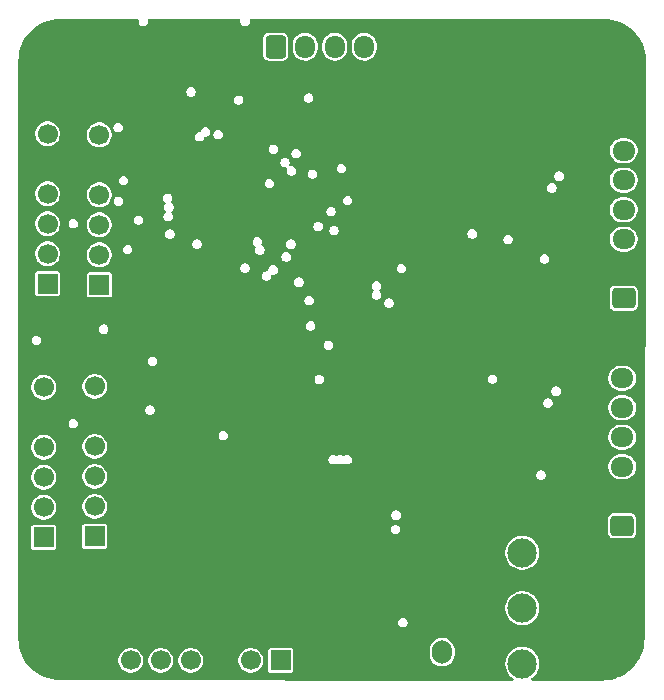
<source format=gbr>
%TF.GenerationSoftware,KiCad,Pcbnew,9.0.2*%
%TF.CreationDate,2025-10-13T17:17:29+02:00*%
%TF.ProjectId,Projet_Robot,50726f6a-6574-45f5-926f-626f742e6b69,rev?*%
%TF.SameCoordinates,Original*%
%TF.FileFunction,Copper,L2,Inr*%
%TF.FilePolarity,Positive*%
%FSLAX46Y46*%
G04 Gerber Fmt 4.6, Leading zero omitted, Abs format (unit mm)*
G04 Created by KiCad (PCBNEW 9.0.2) date 2025-10-13 17:17:29*
%MOMM*%
%LPD*%
G01*
G04 APERTURE LIST*
G04 Aperture macros list*
%AMRoundRect*
0 Rectangle with rounded corners*
0 $1 Rounding radius*
0 $2 $3 $4 $5 $6 $7 $8 $9 X,Y pos of 4 corners*
0 Add a 4 corners polygon primitive as box body*
4,1,4,$2,$3,$4,$5,$6,$7,$8,$9,$2,$3,0*
0 Add four circle primitives for the rounded corners*
1,1,$1+$1,$2,$3*
1,1,$1+$1,$4,$5*
1,1,$1+$1,$6,$7*
1,1,$1+$1,$8,$9*
0 Add four rect primitives between the rounded corners*
20,1,$1+$1,$2,$3,$4,$5,0*
20,1,$1+$1,$4,$5,$6,$7,0*
20,1,$1+$1,$6,$7,$8,$9,0*
20,1,$1+$1,$8,$9,$2,$3,0*%
G04 Aperture macros list end*
%TA.AperFunction,ComponentPad*%
%ADD10O,1.950000X1.700000*%
%TD*%
%TA.AperFunction,ComponentPad*%
%ADD11RoundRect,0.250000X0.725000X-0.600000X0.725000X0.600000X-0.725000X0.600000X-0.725000X-0.600000X0*%
%TD*%
%TA.AperFunction,ComponentPad*%
%ADD12R,1.700000X1.700000*%
%TD*%
%TA.AperFunction,ComponentPad*%
%ADD13C,1.700000*%
%TD*%
%TA.AperFunction,ComponentPad*%
%ADD14C,0.800000*%
%TD*%
%TA.AperFunction,ComponentPad*%
%ADD15C,6.400000*%
%TD*%
%TA.AperFunction,ComponentPad*%
%ADD16C,2.480000*%
%TD*%
%TA.AperFunction,ComponentPad*%
%ADD17RoundRect,0.250000X-0.600000X-0.725000X0.600000X-0.725000X0.600000X0.725000X-0.600000X0.725000X0*%
%TD*%
%TA.AperFunction,ComponentPad*%
%ADD18O,1.700000X1.950000*%
%TD*%
%TA.AperFunction,ComponentPad*%
%ADD19RoundRect,0.250000X-0.600000X-0.750000X0.600000X-0.750000X0.600000X0.750000X-0.600000X0.750000X0*%
%TD*%
%TA.AperFunction,ComponentPad*%
%ADD20O,1.700000X2.000000*%
%TD*%
%TA.AperFunction,ViaPad*%
%ADD21C,0.450000*%
%TD*%
G04 APERTURE END LIST*
D10*
%TO.N,/Moteur2/Motor1+*%
%TO.C,Motor2*%
X184810000Y-78730000D03*
%TO.N,+3.3V*%
X184810000Y-81230000D03*
%TO.N,/Moteur2/ENC1_PH1*%
X184810000Y-83730000D03*
%TO.N,/Moteur2/ENC1_PH2*%
X184810000Y-86230000D03*
%TO.N,GND*%
X184810000Y-88730000D03*
D11*
%TO.N,/Moteur2/Motor1-*%
X184810000Y-91230000D03*
%TD*%
D12*
%TO.N,+3.3V*%
%TO.C,TOF3*%
X140410000Y-90100000D03*
D13*
%TO.N,/Capteurs/I2C1_SCL*%
X140410000Y-87560000D03*
%TO.N,/Capteurs/I2C1_SDA*%
X140410000Y-85020000D03*
%TO.N,/Capteurs/tof3_GPIO*%
X140410000Y-82480000D03*
%TO.N,GND*%
X140410000Y-79940000D03*
%TO.N,/Capteurs/TOF3_XSHUT*%
X140410000Y-77400000D03*
%TD*%
D12*
%TO.N,+3.3V*%
%TO.C,TOF1*%
X136020000Y-90000000D03*
D13*
%TO.N,/Capteurs/I2C1_SCL*%
X136020000Y-87460000D03*
%TO.N,/Capteurs/I2C1_SDA*%
X136020000Y-84920000D03*
%TO.N,/Capteurs/tof1_GPIO*%
X136020000Y-82380000D03*
%TO.N,GND*%
X136020000Y-79840000D03*
%TO.N,/Capteurs/TOF1_XSHUT*%
X136020000Y-77300000D03*
%TD*%
D14*
%TO.N,GND*%
%TO.C,H1*%
X134600000Y-71000000D03*
X135302944Y-69302944D03*
X135302944Y-72697056D03*
X137000000Y-68600000D03*
D15*
X137000000Y-71000000D03*
D14*
X137000000Y-73400000D03*
X138697056Y-69302944D03*
X138697056Y-72697056D03*
X139400000Y-71000000D03*
%TD*%
D16*
%TO.N,unconnected-(S1-Pad1)*%
%TO.C,S1*%
X176230000Y-122170000D03*
%TO.N,+VBAT*%
X176230000Y-117470000D03*
%TO.N,Net-(J1-Pin_2)*%
X176230000Y-112770000D03*
%TD*%
D12*
%TO.N,+3.3V*%
%TO.C,TOF4*%
X140010000Y-111400000D03*
D13*
%TO.N,/Capteurs/I2C1_SCL*%
X140010000Y-108860000D03*
%TO.N,/Capteurs/I2C1_SDA*%
X140010000Y-106320000D03*
%TO.N,/Capteurs/tof4_GPIO*%
X140010000Y-103780000D03*
%TO.N,GND*%
X140010000Y-101240000D03*
%TO.N,/Capteurs/TOF4_XSHUT*%
X140010000Y-98700000D03*
%TD*%
D12*
%TO.N,+3.3V*%
%TO.C,TOF2*%
X135690000Y-111470000D03*
D13*
%TO.N,/Capteurs/I2C1_SCL*%
X135690000Y-108930000D03*
%TO.N,/Capteurs/I2C1_SDA*%
X135690000Y-106390000D03*
%TO.N,/Capteurs/tof2_GPIO*%
X135690000Y-103850000D03*
%TO.N,GND*%
X135690000Y-101310000D03*
%TO.N,/Capteurs/TOF2_XSHUT*%
X135690000Y-98770000D03*
%TD*%
D14*
%TO.N,GND*%
%TO.C,H3*%
X134600000Y-120000000D03*
X135302944Y-118302944D03*
X135302944Y-121697056D03*
X137000000Y-117600000D03*
D15*
X137000000Y-120000000D03*
D14*
X137000000Y-122400000D03*
X138697056Y-118302944D03*
X138697056Y-121697056D03*
X139400000Y-120000000D03*
%TD*%
%TO.N,GND*%
%TO.C,H2*%
X180600000Y-71000000D03*
X181302944Y-69302944D03*
X181302944Y-72697056D03*
X183000000Y-68600000D03*
D15*
X183000000Y-71000000D03*
D14*
X183000000Y-73400000D03*
X184697056Y-69302944D03*
X184697056Y-72697056D03*
X185400000Y-71000000D03*
%TD*%
%TO.N,GND*%
%TO.C,H4*%
X180600000Y-120000000D03*
X181302944Y-118302944D03*
X181302944Y-121697056D03*
X183000000Y-117600000D03*
D15*
X183000000Y-120000000D03*
D14*
X183000000Y-122400000D03*
X184697056Y-118302944D03*
X184697056Y-121697056D03*
X185400000Y-120000000D03*
%TD*%
D11*
%TO.N,/Moteur1/Motor1-*%
%TO.C,Motor1*%
X184670000Y-110500000D03*
D10*
%TO.N,GND*%
X184670000Y-108000000D03*
%TO.N,/Moteur1/ENC1_PH2*%
X184670000Y-105500000D03*
%TO.N,/Moteur1/ENC1_PH1*%
X184670000Y-103000000D03*
%TO.N,+3.3V*%
X184670000Y-100500000D03*
%TO.N,/Moteur1/Motor1+*%
X184670000Y-98000000D03*
%TD*%
D17*
%TO.N,+5V*%
%TO.C,Lidar1*%
X155330000Y-69930000D03*
D18*
%TO.N,/Capteurs/LIDAR_USART2_RX*%
X157830000Y-69930000D03*
%TO.N,unconnected-(Lidar1-Pin_3-Pad3)*%
X160330000Y-69930000D03*
%TO.N,/Capteurs/M_CTR*%
X162830000Y-69930000D03*
%TO.N,GND*%
X165330000Y-69930000D03*
%TD*%
D19*
%TO.N,GND*%
%TO.C,J1*%
X166930000Y-121200000D03*
D20*
%TO.N,Net-(J1-Pin_2)*%
X169430000Y-121200000D03*
%TD*%
D12*
%TO.N,/Capteurs/Bluetooth_En*%
%TO.C,Bluetooth1*%
X155760000Y-121900000D03*
D13*
%TO.N,+5V*%
X153220000Y-121900000D03*
%TO.N,GND*%
X150680000Y-121900000D03*
%TO.N,/Capteurs/Bluetooth_USART3_RX*%
X148140000Y-121900000D03*
%TO.N,/Capteurs/Bluetooth_USART3_TX*%
X145600000Y-121900000D03*
%TO.N,unconnected-(Bluetooth1-Pin_6-Pad6)*%
X143060000Y-121900000D03*
%TD*%
D21*
%TO.N,GND*%
X151667268Y-70007732D03*
X178750000Y-83380000D03*
X164775000Y-85350000D03*
X180150000Y-85380000D03*
X162549000Y-94400000D03*
X177000000Y-103600000D03*
X177000000Y-101600000D03*
X180150000Y-83380000D03*
X158300000Y-96700000D03*
X150975000Y-88425000D03*
X178460000Y-96760000D03*
X179900000Y-103600000D03*
X180150000Y-84380000D03*
X149500000Y-92600000D03*
X179900000Y-102600000D03*
X167025000Y-68975000D03*
X177250000Y-85380000D03*
X153450000Y-74757718D03*
X160600000Y-100000000D03*
X147000000Y-92800000D03*
X151700000Y-90700000D03*
X142425000Y-80200000D03*
X157400000Y-74290000D03*
X156175707Y-82425706D03*
X181630000Y-105480000D03*
X177270000Y-79370000D03*
X177250000Y-83380000D03*
X181700000Y-107950000D03*
X178650000Y-85280000D03*
X153410000Y-101900000D03*
X148700000Y-94000000D03*
X177250000Y-84380000D03*
X178452500Y-102620000D03*
X181810000Y-87170000D03*
X178702500Y-84400000D03*
X179900000Y-101600000D03*
X150660000Y-82260000D03*
X160025000Y-83000000D03*
X157700000Y-95000000D03*
X143375000Y-89150000D03*
X178400000Y-103500000D03*
X136400000Y-94850000D03*
X177000000Y-102600000D03*
X178500000Y-101600000D03*
X157891268Y-80158732D03*
X164200000Y-113200000D03*
%TD*%
%TA.AperFunction,Conductor*%
%TO.N,GND*%
G36*
X143675966Y-67590185D02*
G01*
X143721721Y-67642989D01*
X143731665Y-67712147D01*
X143728704Y-67726580D01*
X143724500Y-67742273D01*
X143724500Y-67847727D01*
X143751793Y-67949587D01*
X143804520Y-68040913D01*
X143879087Y-68115480D01*
X143970413Y-68168207D01*
X144072273Y-68195500D01*
X144072275Y-68195500D01*
X144177725Y-68195500D01*
X144177727Y-68195500D01*
X144279587Y-68168207D01*
X144370913Y-68115480D01*
X144445480Y-68040913D01*
X144498207Y-67949587D01*
X144525500Y-67847727D01*
X144525500Y-67742273D01*
X144521298Y-67726591D01*
X144522961Y-67656744D01*
X144562123Y-67598882D01*
X144626351Y-67571377D01*
X144641073Y-67570500D01*
X152233927Y-67570500D01*
X152300966Y-67590185D01*
X152346721Y-67642989D01*
X152356665Y-67712147D01*
X152353704Y-67726580D01*
X152349500Y-67742273D01*
X152349500Y-67847727D01*
X152376793Y-67949587D01*
X152429520Y-68040913D01*
X152504087Y-68115480D01*
X152595413Y-68168207D01*
X152697273Y-68195500D01*
X152697275Y-68195500D01*
X152802725Y-68195500D01*
X152802727Y-68195500D01*
X152904587Y-68168207D01*
X152995913Y-68115480D01*
X153070480Y-68040913D01*
X153123207Y-67949587D01*
X153150500Y-67847727D01*
X153150500Y-67742273D01*
X153146298Y-67726591D01*
X153147961Y-67656744D01*
X153187123Y-67598882D01*
X153251351Y-67571377D01*
X153266073Y-67570500D01*
X183196499Y-67570500D01*
X183202579Y-67570649D01*
X183224113Y-67571706D01*
X183511033Y-67585793D01*
X183523122Y-67586983D01*
X183850788Y-67635578D01*
X183862709Y-67637948D01*
X184184056Y-67718432D01*
X184195695Y-67721963D01*
X184507573Y-67833547D01*
X184518811Y-67838202D01*
X184656231Y-67903193D01*
X184818276Y-67979831D01*
X184828991Y-67985558D01*
X185113124Y-68155854D01*
X185123226Y-68162603D01*
X185345785Y-68327659D01*
X185389300Y-68359931D01*
X185398705Y-68367649D01*
X185521426Y-68478875D01*
X185644146Y-68590099D01*
X185652751Y-68598704D01*
X185697695Y-68648291D01*
X185837197Y-68802206D01*
X185875205Y-68844140D01*
X185882925Y-68853547D01*
X186080247Y-69119602D01*
X186087008Y-69129720D01*
X186257302Y-69413836D01*
X186263039Y-69424568D01*
X186404667Y-69724014D01*
X186409324Y-69735257D01*
X186520918Y-70047145D01*
X186524450Y-70058790D01*
X186604933Y-70380105D01*
X186607307Y-70392040D01*
X186655908Y-70719698D01*
X186657101Y-70731809D01*
X186673419Y-71064060D01*
X186673568Y-71070143D01*
X186673568Y-71104354D01*
X186564283Y-119960409D01*
X186564117Y-119962909D01*
X186564117Y-120032334D01*
X186563968Y-120038407D01*
X186547268Y-120378992D01*
X186546080Y-120391080D01*
X186496586Y-120725378D01*
X186494221Y-120737292D01*
X186412255Y-121065153D01*
X186408735Y-121076778D01*
X186295091Y-121395029D01*
X186290451Y-121406255D01*
X186146208Y-121711874D01*
X186140492Y-121722591D01*
X185967042Y-122012630D01*
X185960304Y-122022737D01*
X185759317Y-122294403D01*
X185751624Y-122303802D01*
X185525008Y-122554517D01*
X185516431Y-122563118D01*
X185266390Y-122790443D01*
X185257014Y-122798164D01*
X184985911Y-122999951D01*
X184975823Y-123006717D01*
X184686300Y-123180997D01*
X184675600Y-123186744D01*
X184370403Y-123331868D01*
X184359191Y-123336541D01*
X184041256Y-123451110D01*
X184029641Y-123454663D01*
X183702031Y-123537574D01*
X183690124Y-123539974D01*
X183355966Y-123590437D01*
X183343881Y-123591660D01*
X183003650Y-123609329D01*
X182997111Y-123609496D01*
X177088034Y-123604351D01*
X177021012Y-123584608D01*
X176975303Y-123531764D01*
X176965420Y-123462597D01*
X176994500Y-123399067D01*
X177015251Y-123380036D01*
X177168423Y-123268752D01*
X177328752Y-123108423D01*
X177462026Y-122924986D01*
X177564963Y-122722960D01*
X177635030Y-122507318D01*
X177670500Y-122283370D01*
X177670500Y-122056630D01*
X177635030Y-121832682D01*
X177564963Y-121617040D01*
X177462026Y-121415014D01*
X177462024Y-121415011D01*
X177462023Y-121415009D01*
X177328757Y-121231583D01*
X177328753Y-121231578D01*
X177168421Y-121071246D01*
X177168416Y-121071242D01*
X176984990Y-120937976D01*
X176782962Y-120835038D01*
X176782961Y-120835037D01*
X176782960Y-120835037D01*
X176567318Y-120764970D01*
X176567316Y-120764969D01*
X176567315Y-120764969D01*
X176392567Y-120737292D01*
X176343370Y-120729500D01*
X176116630Y-120729500D01*
X176067433Y-120737292D01*
X175892685Y-120764969D01*
X175677037Y-120835038D01*
X175475009Y-120937976D01*
X175291583Y-121071242D01*
X175291578Y-121071246D01*
X175131246Y-121231578D01*
X175131242Y-121231583D01*
X174997976Y-121415009D01*
X174895038Y-121617037D01*
X174824969Y-121832685D01*
X174797920Y-122003466D01*
X174789500Y-122056630D01*
X174789500Y-122283370D01*
X174792736Y-122303802D01*
X174822529Y-122491910D01*
X174824970Y-122507318D01*
X174892767Y-122715975D01*
X174895038Y-122722962D01*
X174997976Y-122924990D01*
X175131242Y-123108416D01*
X175131246Y-123108421D01*
X175291578Y-123268753D01*
X175291583Y-123268757D01*
X175442681Y-123378536D01*
X175485347Y-123433866D01*
X175491326Y-123503479D01*
X175458721Y-123565274D01*
X175397882Y-123599631D01*
X175369688Y-123602854D01*
X137134355Y-123569564D01*
X137134352Y-123569564D01*
X137126104Y-123569556D01*
X137125892Y-123569500D01*
X137062951Y-123569500D01*
X137062940Y-123569497D01*
X137056994Y-123569351D01*
X136942356Y-123563719D01*
X136723071Y-123552947D01*
X136710960Y-123551754D01*
X136383304Y-123503151D01*
X136371369Y-123500777D01*
X136050055Y-123420292D01*
X136038411Y-123416759D01*
X135726540Y-123305170D01*
X135715301Y-123300515D01*
X135415844Y-123158883D01*
X135405121Y-123153150D01*
X135121011Y-122982862D01*
X135110893Y-122976102D01*
X134844829Y-122778775D01*
X134835423Y-122771055D01*
X134613212Y-122569655D01*
X134589986Y-122548604D01*
X134581395Y-122540013D01*
X134358944Y-122294576D01*
X134351224Y-122285170D01*
X134153897Y-122019106D01*
X134147137Y-122008988D01*
X134143829Y-122003469D01*
X134019795Y-121796530D01*
X142009500Y-121796530D01*
X142009500Y-122003469D01*
X142049868Y-122206412D01*
X142049870Y-122206420D01*
X142113539Y-122360131D01*
X142129059Y-122397598D01*
X142130998Y-122400500D01*
X142244024Y-122569657D01*
X142390342Y-122715975D01*
X142390345Y-122715977D01*
X142562402Y-122830941D01*
X142753580Y-122910130D01*
X142898052Y-122938867D01*
X142956530Y-122950499D01*
X142956534Y-122950500D01*
X142956535Y-122950500D01*
X143163466Y-122950500D01*
X143163467Y-122950499D01*
X143366420Y-122910130D01*
X143557598Y-122830941D01*
X143729655Y-122715977D01*
X143875977Y-122569655D01*
X143990941Y-122397598D01*
X144070130Y-122206420D01*
X144110500Y-122003465D01*
X144110500Y-121796535D01*
X144110499Y-121796530D01*
X144549500Y-121796530D01*
X144549500Y-122003469D01*
X144589868Y-122206412D01*
X144589870Y-122206420D01*
X144653539Y-122360131D01*
X144669059Y-122397598D01*
X144670998Y-122400500D01*
X144784024Y-122569657D01*
X144930342Y-122715975D01*
X144930345Y-122715977D01*
X145102402Y-122830941D01*
X145293580Y-122910130D01*
X145438052Y-122938867D01*
X145496530Y-122950499D01*
X145496534Y-122950500D01*
X145496535Y-122950500D01*
X145703466Y-122950500D01*
X145703467Y-122950499D01*
X145906420Y-122910130D01*
X146097598Y-122830941D01*
X146269655Y-122715977D01*
X146415977Y-122569655D01*
X146530941Y-122397598D01*
X146610130Y-122206420D01*
X146650500Y-122003465D01*
X146650500Y-121796535D01*
X146650499Y-121796530D01*
X147089500Y-121796530D01*
X147089500Y-122003469D01*
X147129868Y-122206412D01*
X147129870Y-122206420D01*
X147193539Y-122360131D01*
X147209059Y-122397598D01*
X147210998Y-122400500D01*
X147324024Y-122569657D01*
X147470342Y-122715975D01*
X147470345Y-122715977D01*
X147642402Y-122830941D01*
X147833580Y-122910130D01*
X147978052Y-122938867D01*
X148036530Y-122950499D01*
X148036534Y-122950500D01*
X148036535Y-122950500D01*
X148243466Y-122950500D01*
X148243467Y-122950499D01*
X148446420Y-122910130D01*
X148637598Y-122830941D01*
X148809655Y-122715977D01*
X148955977Y-122569655D01*
X149070941Y-122397598D01*
X149150130Y-122206420D01*
X149190500Y-122003465D01*
X149190500Y-121796535D01*
X149190499Y-121796530D01*
X152169500Y-121796530D01*
X152169500Y-122003469D01*
X152209868Y-122206412D01*
X152209870Y-122206420D01*
X152273539Y-122360131D01*
X152289059Y-122397598D01*
X152290998Y-122400500D01*
X152404024Y-122569657D01*
X152550342Y-122715975D01*
X152550345Y-122715977D01*
X152722402Y-122830941D01*
X152913580Y-122910130D01*
X153058052Y-122938867D01*
X153116530Y-122950499D01*
X153116534Y-122950500D01*
X153116535Y-122950500D01*
X153323466Y-122950500D01*
X153323467Y-122950499D01*
X153526420Y-122910130D01*
X153717598Y-122830941D01*
X153889655Y-122715977D01*
X154035977Y-122569655D01*
X154150941Y-122397598D01*
X154230130Y-122206420D01*
X154270500Y-122003465D01*
X154270500Y-121796535D01*
X154230130Y-121593580D01*
X154150941Y-121402402D01*
X154035977Y-121230345D01*
X154035975Y-121230342D01*
X153889657Y-121084024D01*
X153809173Y-121030247D01*
X154709500Y-121030247D01*
X154709500Y-122769752D01*
X154721131Y-122828229D01*
X154721132Y-122828230D01*
X154765447Y-122894552D01*
X154831769Y-122938867D01*
X154831770Y-122938868D01*
X154890247Y-122950499D01*
X154890250Y-122950500D01*
X154890252Y-122950500D01*
X156629750Y-122950500D01*
X156629751Y-122950499D01*
X156644568Y-122947552D01*
X156688229Y-122938868D01*
X156688229Y-122938867D01*
X156688231Y-122938867D01*
X156754552Y-122894552D01*
X156798867Y-122828231D01*
X156798867Y-122828229D01*
X156798868Y-122828229D01*
X156810499Y-122769752D01*
X156810500Y-122769750D01*
X156810500Y-121030252D01*
X156798867Y-120971769D01*
X156782003Y-120946530D01*
X168379500Y-120946530D01*
X168379500Y-121453469D01*
X168419868Y-121656412D01*
X168419870Y-121656420D01*
X168499058Y-121847596D01*
X168614024Y-122019657D01*
X168760342Y-122165975D01*
X168760345Y-122165977D01*
X168932402Y-122280941D01*
X169123580Y-122360130D01*
X169311936Y-122397596D01*
X169326530Y-122400499D01*
X169326534Y-122400500D01*
X169326535Y-122400500D01*
X169533466Y-122400500D01*
X169533467Y-122400499D01*
X169736420Y-122360130D01*
X169927598Y-122280941D01*
X170099655Y-122165977D01*
X170245977Y-122019655D01*
X170360941Y-121847598D01*
X170440130Y-121656420D01*
X170480500Y-121453465D01*
X170480500Y-120946535D01*
X170440130Y-120743580D01*
X170360941Y-120552402D01*
X170245977Y-120380345D01*
X170245975Y-120380342D01*
X170099657Y-120234024D01*
X170013626Y-120176541D01*
X169927598Y-120119059D01*
X169736420Y-120039870D01*
X169736412Y-120039868D01*
X169533469Y-119999500D01*
X169533465Y-119999500D01*
X169326535Y-119999500D01*
X169326530Y-119999500D01*
X169123587Y-120039868D01*
X169123579Y-120039870D01*
X168932403Y-120119058D01*
X168760342Y-120234024D01*
X168614024Y-120380342D01*
X168499058Y-120552403D01*
X168419870Y-120743579D01*
X168419868Y-120743587D01*
X168379500Y-120946530D01*
X156782003Y-120946530D01*
X156754552Y-120905447D01*
X156688230Y-120861132D01*
X156688229Y-120861131D01*
X156629752Y-120849500D01*
X156629748Y-120849500D01*
X154890252Y-120849500D01*
X154890247Y-120849500D01*
X154831770Y-120861131D01*
X154831769Y-120861132D01*
X154765447Y-120905447D01*
X154721132Y-120971769D01*
X154721131Y-120971770D01*
X154709500Y-121030247D01*
X153809173Y-121030247D01*
X153721655Y-120971770D01*
X153717598Y-120969059D01*
X153642557Y-120937976D01*
X153526420Y-120889870D01*
X153526412Y-120889868D01*
X153323469Y-120849500D01*
X153323465Y-120849500D01*
X153116535Y-120849500D01*
X153116530Y-120849500D01*
X152913587Y-120889868D01*
X152913579Y-120889870D01*
X152722403Y-120969058D01*
X152550342Y-121084024D01*
X152404024Y-121230342D01*
X152289058Y-121402403D01*
X152209870Y-121593579D01*
X152209868Y-121593587D01*
X152169500Y-121796530D01*
X149190499Y-121796530D01*
X149150130Y-121593580D01*
X149070941Y-121402402D01*
X148955977Y-121230345D01*
X148955975Y-121230342D01*
X148809657Y-121084024D01*
X148641655Y-120971770D01*
X148637598Y-120969059D01*
X148562557Y-120937976D01*
X148446420Y-120889870D01*
X148446412Y-120889868D01*
X148243469Y-120849500D01*
X148243465Y-120849500D01*
X148036535Y-120849500D01*
X148036530Y-120849500D01*
X147833587Y-120889868D01*
X147833579Y-120889870D01*
X147642403Y-120969058D01*
X147470342Y-121084024D01*
X147324024Y-121230342D01*
X147209058Y-121402403D01*
X147129870Y-121593579D01*
X147129868Y-121593587D01*
X147089500Y-121796530D01*
X146650499Y-121796530D01*
X146610130Y-121593580D01*
X146530941Y-121402402D01*
X146415977Y-121230345D01*
X146415975Y-121230342D01*
X146269657Y-121084024D01*
X146101655Y-120971770D01*
X146097598Y-120969059D01*
X146022557Y-120937976D01*
X145906420Y-120889870D01*
X145906412Y-120889868D01*
X145703469Y-120849500D01*
X145703465Y-120849500D01*
X145496535Y-120849500D01*
X145496530Y-120849500D01*
X145293587Y-120889868D01*
X145293579Y-120889870D01*
X145102403Y-120969058D01*
X144930342Y-121084024D01*
X144784024Y-121230342D01*
X144669058Y-121402403D01*
X144589870Y-121593579D01*
X144589868Y-121593587D01*
X144549500Y-121796530D01*
X144110499Y-121796530D01*
X144070130Y-121593580D01*
X143990941Y-121402402D01*
X143875977Y-121230345D01*
X143875975Y-121230342D01*
X143729657Y-121084024D01*
X143561655Y-120971770D01*
X143557598Y-120969059D01*
X143482557Y-120937976D01*
X143366420Y-120889870D01*
X143366412Y-120889868D01*
X143163469Y-120849500D01*
X143163465Y-120849500D01*
X142956535Y-120849500D01*
X142956530Y-120849500D01*
X142753587Y-120889868D01*
X142753579Y-120889870D01*
X142562403Y-120969058D01*
X142390342Y-121084024D01*
X142244024Y-121230342D01*
X142129058Y-121402403D01*
X142049870Y-121593579D01*
X142049868Y-121593587D01*
X142009500Y-121796530D01*
X134019795Y-121796530D01*
X133976844Y-121724871D01*
X133971120Y-121714163D01*
X133829479Y-121414688D01*
X133824829Y-121403459D01*
X133824451Y-121402403D01*
X133713240Y-121091588D01*
X133709707Y-121079944D01*
X133707529Y-121071248D01*
X133629219Y-120758617D01*
X133626848Y-120746694D01*
X133625453Y-120737292D01*
X133578245Y-120419037D01*
X133577052Y-120406927D01*
X133576273Y-120391080D01*
X133560649Y-120073032D01*
X133560500Y-120066948D01*
X133560500Y-118647273D01*
X165699500Y-118647273D01*
X165699500Y-118752727D01*
X165726793Y-118854587D01*
X165779520Y-118945913D01*
X165854087Y-119020480D01*
X165945413Y-119073207D01*
X166047273Y-119100500D01*
X166047275Y-119100500D01*
X166152725Y-119100500D01*
X166152727Y-119100500D01*
X166254587Y-119073207D01*
X166345913Y-119020480D01*
X166420480Y-118945913D01*
X166473207Y-118854587D01*
X166500500Y-118752727D01*
X166500500Y-118647273D01*
X166473207Y-118545413D01*
X166420480Y-118454087D01*
X166345913Y-118379520D01*
X166254587Y-118326793D01*
X166152727Y-118299500D01*
X166047273Y-118299500D01*
X165945413Y-118326793D01*
X165945410Y-118326794D01*
X165854085Y-118379521D01*
X165779521Y-118454085D01*
X165726794Y-118545410D01*
X165726793Y-118545413D01*
X165699500Y-118647273D01*
X133560500Y-118647273D01*
X133560500Y-117356630D01*
X174789500Y-117356630D01*
X174789500Y-117583369D01*
X174824969Y-117807314D01*
X174895038Y-118022962D01*
X174997976Y-118224990D01*
X175131242Y-118408416D01*
X175131246Y-118408421D01*
X175291578Y-118568753D01*
X175291583Y-118568757D01*
X175475009Y-118702023D01*
X175475011Y-118702024D01*
X175475014Y-118702026D01*
X175677040Y-118804963D01*
X175892682Y-118875030D01*
X176116630Y-118910500D01*
X176116631Y-118910500D01*
X176343369Y-118910500D01*
X176343370Y-118910500D01*
X176567318Y-118875030D01*
X176782960Y-118804963D01*
X176984986Y-118702026D01*
X177168423Y-118568752D01*
X177328752Y-118408423D01*
X177462026Y-118224986D01*
X177564963Y-118022960D01*
X177635030Y-117807318D01*
X177670500Y-117583370D01*
X177670500Y-117356630D01*
X177635030Y-117132682D01*
X177564963Y-116917040D01*
X177462026Y-116715014D01*
X177462024Y-116715011D01*
X177462023Y-116715009D01*
X177328757Y-116531583D01*
X177328753Y-116531578D01*
X177168421Y-116371246D01*
X177168416Y-116371242D01*
X176984990Y-116237976D01*
X176782962Y-116135038D01*
X176782961Y-116135037D01*
X176782960Y-116135037D01*
X176567318Y-116064970D01*
X176567316Y-116064969D01*
X176567315Y-116064969D01*
X176395283Y-116037722D01*
X176343370Y-116029500D01*
X176116630Y-116029500D01*
X176064716Y-116037722D01*
X175892685Y-116064969D01*
X175677037Y-116135038D01*
X175475009Y-116237976D01*
X175291583Y-116371242D01*
X175291578Y-116371246D01*
X175131246Y-116531578D01*
X175131242Y-116531583D01*
X174997976Y-116715009D01*
X174895038Y-116917037D01*
X174824969Y-117132685D01*
X174789500Y-117356630D01*
X133560500Y-117356630D01*
X133560500Y-112656630D01*
X174789500Y-112656630D01*
X174789500Y-112883369D01*
X174824969Y-113107314D01*
X174895038Y-113322962D01*
X174997976Y-113524990D01*
X175131242Y-113708416D01*
X175131246Y-113708421D01*
X175291578Y-113868753D01*
X175291583Y-113868757D01*
X175475009Y-114002023D01*
X175475011Y-114002024D01*
X175475014Y-114002026D01*
X175677040Y-114104963D01*
X175892682Y-114175030D01*
X176116630Y-114210500D01*
X176116631Y-114210500D01*
X176343369Y-114210500D01*
X176343370Y-114210500D01*
X176567318Y-114175030D01*
X176782960Y-114104963D01*
X176984986Y-114002026D01*
X177168423Y-113868752D01*
X177328752Y-113708423D01*
X177462026Y-113524986D01*
X177564963Y-113322960D01*
X177635030Y-113107318D01*
X177670500Y-112883370D01*
X177670500Y-112656630D01*
X177635030Y-112432682D01*
X177564963Y-112217040D01*
X177462026Y-112015014D01*
X177462024Y-112015011D01*
X177462023Y-112015009D01*
X177328757Y-111831583D01*
X177328753Y-111831578D01*
X177168421Y-111671246D01*
X177168416Y-111671242D01*
X176984990Y-111537976D01*
X176782962Y-111435038D01*
X176782961Y-111435037D01*
X176782960Y-111435037D01*
X176567318Y-111364970D01*
X176567316Y-111364969D01*
X176567315Y-111364969D01*
X176395283Y-111337722D01*
X176343370Y-111329500D01*
X176116630Y-111329500D01*
X176064716Y-111337722D01*
X175892685Y-111364969D01*
X175677037Y-111435038D01*
X175475009Y-111537976D01*
X175291583Y-111671242D01*
X175291578Y-111671246D01*
X175131246Y-111831578D01*
X175131242Y-111831583D01*
X174997976Y-112015009D01*
X174895038Y-112217037D01*
X174824969Y-112432685D01*
X174789500Y-112656630D01*
X133560500Y-112656630D01*
X133560500Y-110600247D01*
X134639500Y-110600247D01*
X134639500Y-112339752D01*
X134651131Y-112398229D01*
X134651132Y-112398230D01*
X134695447Y-112464552D01*
X134761769Y-112508867D01*
X134761770Y-112508868D01*
X134820247Y-112520499D01*
X134820250Y-112520500D01*
X134820252Y-112520500D01*
X136559750Y-112520500D01*
X136559751Y-112520499D01*
X136574568Y-112517552D01*
X136618229Y-112508868D01*
X136618229Y-112508867D01*
X136618231Y-112508867D01*
X136684552Y-112464552D01*
X136728867Y-112398231D01*
X136728867Y-112398229D01*
X136728868Y-112398229D01*
X136740499Y-112339752D01*
X136740500Y-112339750D01*
X136740500Y-110600249D01*
X136740499Y-110600247D01*
X136730177Y-110548351D01*
X136728868Y-110541770D01*
X136728867Y-110541769D01*
X136721168Y-110530247D01*
X138959500Y-110530247D01*
X138959500Y-112269752D01*
X138971131Y-112328229D01*
X138971132Y-112328230D01*
X139015447Y-112394552D01*
X139081769Y-112438867D01*
X139081770Y-112438868D01*
X139140247Y-112450499D01*
X139140250Y-112450500D01*
X139140252Y-112450500D01*
X140879750Y-112450500D01*
X140879751Y-112450499D01*
X140894568Y-112447552D01*
X140938229Y-112438868D01*
X140938229Y-112438867D01*
X140938231Y-112438867D01*
X141004552Y-112394552D01*
X141048867Y-112328231D01*
X141048867Y-112328229D01*
X141048868Y-112328229D01*
X141060499Y-112269752D01*
X141060500Y-112269750D01*
X141060500Y-110747273D01*
X165079500Y-110747273D01*
X165079500Y-110852727D01*
X165106793Y-110954587D01*
X165159520Y-111045913D01*
X165234087Y-111120480D01*
X165325413Y-111173207D01*
X165427273Y-111200500D01*
X165427275Y-111200500D01*
X165532725Y-111200500D01*
X165532727Y-111200500D01*
X165634587Y-111173207D01*
X165725913Y-111120480D01*
X165800480Y-111045913D01*
X165853207Y-110954587D01*
X165880500Y-110852727D01*
X165880500Y-110747273D01*
X165853207Y-110645413D01*
X165800480Y-110554087D01*
X165725913Y-110479520D01*
X165642104Y-110431133D01*
X165634589Y-110426794D01*
X165634588Y-110426793D01*
X165634587Y-110426793D01*
X165532727Y-110399500D01*
X165427273Y-110399500D01*
X165325413Y-110426793D01*
X165325410Y-110426794D01*
X165234085Y-110479521D01*
X165159521Y-110554085D01*
X165106794Y-110645410D01*
X165106793Y-110645413D01*
X165079500Y-110747273D01*
X141060500Y-110747273D01*
X141060500Y-110530249D01*
X141060499Y-110530247D01*
X141048868Y-110471770D01*
X141048867Y-110471769D01*
X141004552Y-110405447D01*
X140938230Y-110361132D01*
X140938229Y-110361131D01*
X140879752Y-110349500D01*
X140879748Y-110349500D01*
X139140252Y-110349500D01*
X139140247Y-110349500D01*
X139081770Y-110361131D01*
X139081769Y-110361132D01*
X139015447Y-110405447D01*
X138971132Y-110471769D01*
X138971131Y-110471770D01*
X138959500Y-110530247D01*
X136721168Y-110530247D01*
X136684552Y-110475447D01*
X136618230Y-110431132D01*
X136618229Y-110431131D01*
X136559752Y-110419500D01*
X136559748Y-110419500D01*
X134820252Y-110419500D01*
X134820247Y-110419500D01*
X134761770Y-110431131D01*
X134761769Y-110431132D01*
X134695447Y-110475447D01*
X134651132Y-110541769D01*
X134651131Y-110541770D01*
X134639500Y-110600247D01*
X133560500Y-110600247D01*
X133560500Y-108826530D01*
X134639500Y-108826530D01*
X134639500Y-109033469D01*
X134679868Y-109236412D01*
X134679870Y-109236420D01*
X134728609Y-109354087D01*
X134759059Y-109427598D01*
X134787561Y-109470255D01*
X134874024Y-109599657D01*
X135020342Y-109745975D01*
X135020345Y-109745977D01*
X135192402Y-109860941D01*
X135383580Y-109940130D01*
X135586530Y-109980499D01*
X135586534Y-109980500D01*
X135586535Y-109980500D01*
X135793466Y-109980500D01*
X135793467Y-109980499D01*
X135996420Y-109940130D01*
X136187598Y-109860941D01*
X136359655Y-109745977D01*
X136505977Y-109599655D01*
X136620941Y-109427598D01*
X136700130Y-109236420D01*
X136740500Y-109033465D01*
X136740500Y-108826535D01*
X136740417Y-108826120D01*
X136730177Y-108774634D01*
X136726576Y-108756530D01*
X138959500Y-108756530D01*
X138959500Y-108963469D01*
X138999868Y-109166412D01*
X138999870Y-109166420D01*
X139079058Y-109357596D01*
X139194024Y-109529657D01*
X139340342Y-109675975D01*
X139340345Y-109675977D01*
X139512402Y-109790941D01*
X139703580Y-109870130D01*
X139906530Y-109910499D01*
X139906534Y-109910500D01*
X139906535Y-109910500D01*
X140113466Y-109910500D01*
X140113467Y-109910499D01*
X140316420Y-109870130D01*
X140507598Y-109790941D01*
X140679655Y-109675977D01*
X140808359Y-109547273D01*
X165139500Y-109547273D01*
X165139500Y-109652727D01*
X165166793Y-109754587D01*
X165219520Y-109845913D01*
X165294087Y-109920480D01*
X165385413Y-109973207D01*
X165487273Y-110000500D01*
X165487275Y-110000500D01*
X165592725Y-110000500D01*
X165592727Y-110000500D01*
X165694587Y-109973207D01*
X165785913Y-109920480D01*
X165860480Y-109845913D01*
X165860586Y-109845730D01*
X183494500Y-109845730D01*
X183494500Y-111154269D01*
X183497353Y-111184699D01*
X183497353Y-111184701D01*
X183542206Y-111312880D01*
X183542207Y-111312882D01*
X183622850Y-111422150D01*
X183732118Y-111502793D01*
X183774845Y-111517744D01*
X183860299Y-111547646D01*
X183890730Y-111550500D01*
X183890734Y-111550500D01*
X185449270Y-111550500D01*
X185479699Y-111547646D01*
X185479701Y-111547646D01*
X185543790Y-111525219D01*
X185607882Y-111502793D01*
X185717150Y-111422150D01*
X185797793Y-111312882D01*
X185820219Y-111248790D01*
X185842646Y-111184701D01*
X185842646Y-111184699D01*
X185845500Y-111154269D01*
X185845500Y-109845730D01*
X185842646Y-109815300D01*
X185842646Y-109815298D01*
X185797793Y-109687119D01*
X185797792Y-109687117D01*
X185717150Y-109577850D01*
X185607882Y-109497207D01*
X185607880Y-109497206D01*
X185479700Y-109452353D01*
X185449270Y-109449500D01*
X185449266Y-109449500D01*
X183890734Y-109449500D01*
X183890730Y-109449500D01*
X183860300Y-109452353D01*
X183860298Y-109452353D01*
X183732119Y-109497206D01*
X183732117Y-109497207D01*
X183622850Y-109577850D01*
X183542207Y-109687117D01*
X183542206Y-109687119D01*
X183497353Y-109815298D01*
X183497353Y-109815300D01*
X183494500Y-109845730D01*
X165860586Y-109845730D01*
X165913207Y-109754587D01*
X165940500Y-109652727D01*
X165940500Y-109547273D01*
X165913207Y-109445413D01*
X165860480Y-109354087D01*
X165785913Y-109279520D01*
X165719059Y-109240922D01*
X165694589Y-109226794D01*
X165694588Y-109226793D01*
X165694587Y-109226793D01*
X165592727Y-109199500D01*
X165487273Y-109199500D01*
X165385413Y-109226793D01*
X165385410Y-109226794D01*
X165294085Y-109279521D01*
X165219521Y-109354085D01*
X165166794Y-109445410D01*
X165166793Y-109445413D01*
X165139500Y-109547273D01*
X140808359Y-109547273D01*
X140825977Y-109529655D01*
X140879535Y-109449500D01*
X140894170Y-109427596D01*
X140940941Y-109357598D01*
X141020130Y-109166420D01*
X141060500Y-108963465D01*
X141060500Y-108756535D01*
X141020130Y-108553580D01*
X140940941Y-108362402D01*
X140825977Y-108190345D01*
X140825975Y-108190342D01*
X140679657Y-108044024D01*
X140593626Y-107986541D01*
X140507598Y-107929059D01*
X140316420Y-107849870D01*
X140316412Y-107849868D01*
X140113469Y-107809500D01*
X140113465Y-107809500D01*
X139906535Y-107809500D01*
X139906530Y-107809500D01*
X139703587Y-107849868D01*
X139703579Y-107849870D01*
X139512403Y-107929058D01*
X139340342Y-108044024D01*
X139194024Y-108190342D01*
X139079058Y-108362403D01*
X138999870Y-108553579D01*
X138999868Y-108553587D01*
X138959500Y-108756530D01*
X136726576Y-108756530D01*
X136700131Y-108623587D01*
X136700130Y-108623580D01*
X136620941Y-108432402D01*
X136505977Y-108260345D01*
X136505975Y-108260342D01*
X136359657Y-108114024D01*
X136254892Y-108044023D01*
X136187598Y-107999059D01*
X135996420Y-107919870D01*
X135996412Y-107919868D01*
X135793469Y-107879500D01*
X135793465Y-107879500D01*
X135586535Y-107879500D01*
X135586530Y-107879500D01*
X135383587Y-107919868D01*
X135383579Y-107919870D01*
X135192403Y-107999058D01*
X135020342Y-108114024D01*
X134874024Y-108260342D01*
X134759058Y-108432403D01*
X134679870Y-108623579D01*
X134679868Y-108623587D01*
X134639500Y-108826530D01*
X133560500Y-108826530D01*
X133560500Y-106286530D01*
X134639500Y-106286530D01*
X134639500Y-106493469D01*
X134679868Y-106696412D01*
X134679870Y-106696420D01*
X134759058Y-106887596D01*
X134874024Y-107059657D01*
X135020342Y-107205975D01*
X135020345Y-107205977D01*
X135192402Y-107320941D01*
X135383580Y-107400130D01*
X135586530Y-107440499D01*
X135586534Y-107440500D01*
X135586535Y-107440500D01*
X135793466Y-107440500D01*
X135793467Y-107440499D01*
X135996420Y-107400130D01*
X136187598Y-107320941D01*
X136359655Y-107205977D01*
X136505977Y-107059655D01*
X136620941Y-106887598D01*
X136700130Y-106696420D01*
X136740500Y-106493465D01*
X136740500Y-106286535D01*
X136740417Y-106286120D01*
X136730177Y-106234634D01*
X136726576Y-106216530D01*
X138959500Y-106216530D01*
X138959500Y-106423469D01*
X138999868Y-106626412D01*
X138999870Y-106626420D01*
X139079058Y-106817596D01*
X139194024Y-106989657D01*
X139340342Y-107135975D01*
X139340345Y-107135977D01*
X139512402Y-107250941D01*
X139703580Y-107330130D01*
X139906530Y-107370499D01*
X139906534Y-107370500D01*
X139906535Y-107370500D01*
X140113466Y-107370500D01*
X140113467Y-107370499D01*
X140316420Y-107330130D01*
X140507598Y-107250941D01*
X140679655Y-107135977D01*
X140825977Y-106989655D01*
X140940941Y-106817598D01*
X141020130Y-106626420D01*
X141060500Y-106423465D01*
X141060500Y-106216535D01*
X141060413Y-106216102D01*
X141049919Y-106163337D01*
X141046724Y-106147273D01*
X177399500Y-106147273D01*
X177399500Y-106252727D01*
X177426793Y-106354587D01*
X177479520Y-106445913D01*
X177554087Y-106520480D01*
X177645413Y-106573207D01*
X177747273Y-106600500D01*
X177747275Y-106600500D01*
X177852725Y-106600500D01*
X177852727Y-106600500D01*
X177954587Y-106573207D01*
X178045913Y-106520480D01*
X178120480Y-106445913D01*
X178173207Y-106354587D01*
X178200500Y-106252727D01*
X178200500Y-106147273D01*
X178173207Y-106045413D01*
X178120480Y-105954087D01*
X178045913Y-105879520D01*
X177954587Y-105826793D01*
X177852727Y-105799500D01*
X177747273Y-105799500D01*
X177645413Y-105826793D01*
X177645410Y-105826794D01*
X177554085Y-105879521D01*
X177479521Y-105954085D01*
X177426794Y-106045410D01*
X177426793Y-106045413D01*
X177399500Y-106147273D01*
X141046724Y-106147273D01*
X141020131Y-106013587D01*
X141020130Y-106013580D01*
X140940941Y-105822402D01*
X140825977Y-105650345D01*
X140825975Y-105650342D01*
X140679657Y-105504024D01*
X140593626Y-105446541D01*
X140518779Y-105396530D01*
X183494500Y-105396530D01*
X183494500Y-105603469D01*
X183534868Y-105806412D01*
X183534870Y-105806420D01*
X183570485Y-105892403D01*
X183614059Y-105997598D01*
X183646006Y-106045410D01*
X183729024Y-106169657D01*
X183875342Y-106315975D01*
X183875345Y-106315977D01*
X184047402Y-106430941D01*
X184238580Y-106510130D01*
X184441530Y-106550499D01*
X184441534Y-106550500D01*
X184441535Y-106550500D01*
X184898466Y-106550500D01*
X184898467Y-106550499D01*
X185101420Y-106510130D01*
X185292598Y-106430941D01*
X185464655Y-106315977D01*
X185610977Y-106169655D01*
X185725941Y-105997598D01*
X185805130Y-105806420D01*
X185845500Y-105603465D01*
X185845500Y-105396535D01*
X185805130Y-105193580D01*
X185725941Y-105002402D01*
X185610977Y-104830345D01*
X185610975Y-104830342D01*
X185464657Y-104684024D01*
X185326070Y-104591424D01*
X185292598Y-104569059D01*
X185190559Y-104526793D01*
X185101420Y-104489870D01*
X185101412Y-104489868D01*
X184898469Y-104449500D01*
X184898465Y-104449500D01*
X184441535Y-104449500D01*
X184441530Y-104449500D01*
X184238587Y-104489868D01*
X184238579Y-104489870D01*
X184047403Y-104569058D01*
X183875342Y-104684024D01*
X183729024Y-104830342D01*
X183614058Y-105002403D01*
X183534870Y-105193579D01*
X183534868Y-105193587D01*
X183494500Y-105396530D01*
X140518779Y-105396530D01*
X140507598Y-105389059D01*
X140316420Y-105309870D01*
X140316412Y-105309868D01*
X140113469Y-105269500D01*
X140113465Y-105269500D01*
X139906535Y-105269500D01*
X139906530Y-105269500D01*
X139703587Y-105309868D01*
X139703579Y-105309870D01*
X139512403Y-105389058D01*
X139340342Y-105504024D01*
X139194024Y-105650342D01*
X139079058Y-105822403D01*
X138999870Y-106013579D01*
X138999868Y-106013587D01*
X138959500Y-106216530D01*
X136726576Y-106216530D01*
X136700131Y-106083587D01*
X136700130Y-106083580D01*
X136620941Y-105892402D01*
X136505977Y-105720345D01*
X136505975Y-105720342D01*
X136359657Y-105574024D01*
X136254892Y-105504023D01*
X136187598Y-105459059D01*
X135996420Y-105379870D01*
X135996412Y-105379868D01*
X135793469Y-105339500D01*
X135793465Y-105339500D01*
X135586535Y-105339500D01*
X135586530Y-105339500D01*
X135383587Y-105379868D01*
X135383579Y-105379870D01*
X135192403Y-105459058D01*
X135020342Y-105574024D01*
X134874024Y-105720342D01*
X134759058Y-105892403D01*
X134679870Y-106083579D01*
X134679868Y-106083587D01*
X134639500Y-106286530D01*
X133560500Y-106286530D01*
X133560500Y-103746530D01*
X134639500Y-103746530D01*
X134639500Y-103953469D01*
X134679868Y-104156412D01*
X134679870Y-104156420D01*
X134759058Y-104347596D01*
X134874024Y-104519657D01*
X135020342Y-104665975D01*
X135020345Y-104665977D01*
X135192402Y-104780941D01*
X135383580Y-104860130D01*
X135586530Y-104900499D01*
X135586534Y-104900500D01*
X135586535Y-104900500D01*
X135793466Y-104900500D01*
X135793467Y-104900499D01*
X135996420Y-104860130D01*
X136027459Y-104847273D01*
X159799500Y-104847273D01*
X159799500Y-104952727D01*
X159826793Y-105054587D01*
X159879520Y-105145913D01*
X159954087Y-105220480D01*
X160045413Y-105273207D01*
X160147273Y-105300500D01*
X160147275Y-105300500D01*
X160252725Y-105300500D01*
X160252727Y-105300500D01*
X160354587Y-105273207D01*
X160438001Y-105225047D01*
X160505900Y-105208575D01*
X160561998Y-105225047D01*
X160645413Y-105273207D01*
X160747273Y-105300500D01*
X160747275Y-105300500D01*
X160852725Y-105300500D01*
X160852727Y-105300500D01*
X160954587Y-105273207D01*
X161038001Y-105225047D01*
X161105900Y-105208575D01*
X161161998Y-105225047D01*
X161245413Y-105273207D01*
X161347273Y-105300500D01*
X161347275Y-105300500D01*
X161452725Y-105300500D01*
X161452727Y-105300500D01*
X161554587Y-105273207D01*
X161645913Y-105220480D01*
X161720480Y-105145913D01*
X161773207Y-105054587D01*
X161800500Y-104952727D01*
X161800500Y-104847273D01*
X161773207Y-104745413D01*
X161720480Y-104654087D01*
X161645913Y-104579520D01*
X161554587Y-104526793D01*
X161452727Y-104499500D01*
X161347273Y-104499500D01*
X161245413Y-104526793D01*
X161245410Y-104526794D01*
X161162000Y-104574951D01*
X161094099Y-104591424D01*
X161038000Y-104574951D01*
X160954589Y-104526794D01*
X160954588Y-104526793D01*
X160954587Y-104526793D01*
X160852727Y-104499500D01*
X160747273Y-104499500D01*
X160645413Y-104526793D01*
X160645410Y-104526794D01*
X160562000Y-104574951D01*
X160494099Y-104591424D01*
X160438000Y-104574951D01*
X160354589Y-104526794D01*
X160354588Y-104526793D01*
X160354587Y-104526793D01*
X160252727Y-104499500D01*
X160147273Y-104499500D01*
X160045413Y-104526793D01*
X160045410Y-104526794D01*
X159954085Y-104579521D01*
X159879521Y-104654085D01*
X159826794Y-104745410D01*
X159826793Y-104745413D01*
X159799500Y-104847273D01*
X136027459Y-104847273D01*
X136187598Y-104780941D01*
X136359655Y-104665977D01*
X136505977Y-104519655D01*
X136620941Y-104347598D01*
X136700130Y-104156420D01*
X136740500Y-103953465D01*
X136740500Y-103746535D01*
X136740417Y-103746120D01*
X136730177Y-103694634D01*
X136726576Y-103676530D01*
X138959500Y-103676530D01*
X138959500Y-103883469D01*
X138999868Y-104086412D01*
X138999870Y-104086420D01*
X139079058Y-104277596D01*
X139194024Y-104449657D01*
X139340342Y-104595975D01*
X139340345Y-104595977D01*
X139512402Y-104710941D01*
X139703580Y-104790130D01*
X139905741Y-104830342D01*
X139906530Y-104830499D01*
X139906534Y-104830500D01*
X139906535Y-104830500D01*
X140113466Y-104830500D01*
X140113467Y-104830499D01*
X140316420Y-104790130D01*
X140507598Y-104710941D01*
X140679655Y-104595977D01*
X140825977Y-104449655D01*
X140940941Y-104277598D01*
X141020130Y-104086420D01*
X141060500Y-103883465D01*
X141060500Y-103676535D01*
X141020130Y-103473580D01*
X140940941Y-103282402D01*
X140825977Y-103110345D01*
X140825975Y-103110342D01*
X140679658Y-102964025D01*
X140679650Y-102964019D01*
X140572311Y-102892297D01*
X140572237Y-102892249D01*
X140558122Y-102882818D01*
X140507598Y-102849059D01*
X140382576Y-102797273D01*
X150499500Y-102797273D01*
X150499500Y-102902727D01*
X150526793Y-103004587D01*
X150579520Y-103095913D01*
X150654087Y-103170480D01*
X150745413Y-103223207D01*
X150847273Y-103250500D01*
X150847275Y-103250500D01*
X150952725Y-103250500D01*
X150952727Y-103250500D01*
X151054587Y-103223207D01*
X151145913Y-103170480D01*
X151220480Y-103095913D01*
X151273207Y-103004587D01*
X151300500Y-102902727D01*
X151300500Y-102896530D01*
X183494500Y-102896530D01*
X183494500Y-103103469D01*
X183534868Y-103306412D01*
X183534870Y-103306420D01*
X183614058Y-103497596D01*
X183729024Y-103669657D01*
X183875342Y-103815975D01*
X183875345Y-103815977D01*
X184047402Y-103930941D01*
X184238580Y-104010130D01*
X184441530Y-104050499D01*
X184441534Y-104050500D01*
X184441535Y-104050500D01*
X184898466Y-104050500D01*
X184898467Y-104050499D01*
X185101420Y-104010130D01*
X185292598Y-103930941D01*
X185464655Y-103815977D01*
X185610977Y-103669655D01*
X185725941Y-103497598D01*
X185805130Y-103306420D01*
X185845500Y-103103465D01*
X185845500Y-102896535D01*
X185805130Y-102693580D01*
X185725941Y-102502402D01*
X185610977Y-102330345D01*
X185610975Y-102330342D01*
X185464657Y-102184024D01*
X185310340Y-102080914D01*
X185292598Y-102069059D01*
X185101420Y-101989870D01*
X185101412Y-101989868D01*
X184898469Y-101949500D01*
X184898465Y-101949500D01*
X184441535Y-101949500D01*
X184441530Y-101949500D01*
X184238587Y-101989868D01*
X184238579Y-101989870D01*
X184047403Y-102069058D01*
X183875342Y-102184024D01*
X183729024Y-102330342D01*
X183614058Y-102502403D01*
X183534870Y-102693579D01*
X183534868Y-102693587D01*
X183494500Y-102896530D01*
X151300500Y-102896530D01*
X151300500Y-102797273D01*
X151273207Y-102695413D01*
X151220480Y-102604087D01*
X151145913Y-102529520D01*
X151054587Y-102476793D01*
X150952727Y-102449500D01*
X150847273Y-102449500D01*
X150745413Y-102476793D01*
X150745410Y-102476794D01*
X150654085Y-102529521D01*
X150579521Y-102604085D01*
X150526794Y-102695410D01*
X150526793Y-102695413D01*
X150499500Y-102797273D01*
X140382576Y-102797273D01*
X140316420Y-102769870D01*
X140316412Y-102769868D01*
X140113469Y-102729500D01*
X140113465Y-102729500D01*
X139906535Y-102729500D01*
X139906530Y-102729500D01*
X139703587Y-102769868D01*
X139703579Y-102769870D01*
X139512403Y-102849058D01*
X139340342Y-102964024D01*
X139194024Y-103110342D01*
X139079058Y-103282403D01*
X138999870Y-103473579D01*
X138999868Y-103473587D01*
X138959500Y-103676530D01*
X136726576Y-103676530D01*
X136700131Y-103543587D01*
X136700130Y-103543580D01*
X136620941Y-103352402D01*
X136505977Y-103180345D01*
X136505975Y-103180342D01*
X136359657Y-103034024D01*
X136254886Y-102964019D01*
X136187598Y-102919059D01*
X136148169Y-102902727D01*
X135996420Y-102839870D01*
X135996412Y-102839868D01*
X135793469Y-102799500D01*
X135793465Y-102799500D01*
X135586535Y-102799500D01*
X135586530Y-102799500D01*
X135383587Y-102839868D01*
X135383579Y-102839870D01*
X135192403Y-102919058D01*
X135020342Y-103034024D01*
X134874024Y-103180342D01*
X134759058Y-103352403D01*
X134679870Y-103543579D01*
X134679868Y-103543587D01*
X134639500Y-103746530D01*
X133560500Y-103746530D01*
X133560500Y-101782273D01*
X137799500Y-101782273D01*
X137799500Y-101887727D01*
X137826793Y-101989587D01*
X137879520Y-102080913D01*
X137954087Y-102155480D01*
X138045413Y-102208207D01*
X138147273Y-102235500D01*
X138147275Y-102235500D01*
X138252725Y-102235500D01*
X138252727Y-102235500D01*
X138354587Y-102208207D01*
X138445913Y-102155480D01*
X138520480Y-102080913D01*
X138573207Y-101989587D01*
X138600500Y-101887727D01*
X138600500Y-101782273D01*
X138573207Y-101680413D01*
X138520480Y-101589087D01*
X138445913Y-101514520D01*
X138354587Y-101461793D01*
X138252727Y-101434500D01*
X138147273Y-101434500D01*
X138045413Y-101461793D01*
X138045410Y-101461794D01*
X137954085Y-101514521D01*
X137879521Y-101589085D01*
X137826794Y-101680410D01*
X137826793Y-101680413D01*
X137799500Y-101782273D01*
X133560500Y-101782273D01*
X133560500Y-100647273D01*
X144299500Y-100647273D01*
X144299500Y-100752727D01*
X144326793Y-100854587D01*
X144379520Y-100945913D01*
X144454087Y-101020480D01*
X144545413Y-101073207D01*
X144647273Y-101100500D01*
X144647275Y-101100500D01*
X144752725Y-101100500D01*
X144752727Y-101100500D01*
X144854587Y-101073207D01*
X144945913Y-101020480D01*
X145020480Y-100945913D01*
X145073207Y-100854587D01*
X145100500Y-100752727D01*
X145100500Y-100647273D01*
X145073207Y-100545413D01*
X145020480Y-100454087D01*
X144945913Y-100379520D01*
X144854587Y-100326793D01*
X144752727Y-100299500D01*
X144647273Y-100299500D01*
X144545413Y-100326793D01*
X144545410Y-100326794D01*
X144454085Y-100379521D01*
X144379521Y-100454085D01*
X144326794Y-100545410D01*
X144326793Y-100545413D01*
X144299500Y-100647273D01*
X133560500Y-100647273D01*
X133560500Y-100047273D01*
X177999500Y-100047273D01*
X177999500Y-100152727D01*
X178026793Y-100254587D01*
X178079520Y-100345913D01*
X178154087Y-100420480D01*
X178245413Y-100473207D01*
X178347273Y-100500500D01*
X178347275Y-100500500D01*
X178452725Y-100500500D01*
X178452727Y-100500500D01*
X178554587Y-100473207D01*
X178645913Y-100420480D01*
X178669863Y-100396530D01*
X183494500Y-100396530D01*
X183494500Y-100603469D01*
X183534868Y-100806412D01*
X183534870Y-100806420D01*
X183614058Y-100997596D01*
X183729024Y-101169657D01*
X183875342Y-101315975D01*
X183875345Y-101315977D01*
X184047402Y-101430941D01*
X184238580Y-101510130D01*
X184441530Y-101550499D01*
X184441534Y-101550500D01*
X184441535Y-101550500D01*
X184898466Y-101550500D01*
X184898467Y-101550499D01*
X185101420Y-101510130D01*
X185292598Y-101430941D01*
X185464655Y-101315977D01*
X185610977Y-101169655D01*
X185725941Y-100997598D01*
X185805130Y-100806420D01*
X185845500Y-100603465D01*
X185845500Y-100396535D01*
X185805130Y-100193580D01*
X185725941Y-100002402D01*
X185610977Y-99830345D01*
X185610975Y-99830342D01*
X185464657Y-99684024D01*
X185378626Y-99626541D01*
X185292598Y-99569059D01*
X185164447Y-99515977D01*
X185101420Y-99489870D01*
X185101412Y-99489868D01*
X184898469Y-99449500D01*
X184898465Y-99449500D01*
X184441535Y-99449500D01*
X184441530Y-99449500D01*
X184238587Y-99489868D01*
X184238579Y-99489870D01*
X184047403Y-99569058D01*
X183875342Y-99684024D01*
X183729024Y-99830342D01*
X183614058Y-100002403D01*
X183534870Y-100193579D01*
X183534868Y-100193587D01*
X183494500Y-100396530D01*
X178669863Y-100396530D01*
X178720480Y-100345913D01*
X178773207Y-100254587D01*
X178800500Y-100152727D01*
X178800500Y-100047273D01*
X178773207Y-99945413D01*
X178720480Y-99854087D01*
X178645913Y-99779520D01*
X178554587Y-99726793D01*
X178452727Y-99699500D01*
X178347273Y-99699500D01*
X178245413Y-99726793D01*
X178245410Y-99726794D01*
X178154085Y-99779521D01*
X178079521Y-99854085D01*
X178026794Y-99945410D01*
X178026793Y-99945413D01*
X177999500Y-100047273D01*
X133560500Y-100047273D01*
X133560500Y-98666530D01*
X134639500Y-98666530D01*
X134639500Y-98873469D01*
X134679868Y-99076412D01*
X134679870Y-99076420D01*
X134759058Y-99267596D01*
X134874024Y-99439657D01*
X135020342Y-99585975D01*
X135020345Y-99585977D01*
X135192402Y-99700941D01*
X135383580Y-99780130D01*
X135586530Y-99820499D01*
X135586534Y-99820500D01*
X135586535Y-99820500D01*
X135793466Y-99820500D01*
X135793467Y-99820499D01*
X135996420Y-99780130D01*
X136187598Y-99700941D01*
X136359655Y-99585977D01*
X136505977Y-99439655D01*
X136620941Y-99267598D01*
X136700130Y-99076420D01*
X136740500Y-98873465D01*
X136740500Y-98666535D01*
X136740417Y-98666120D01*
X136730177Y-98614634D01*
X136726576Y-98596530D01*
X138959500Y-98596530D01*
X138959500Y-98803469D01*
X138999868Y-99006412D01*
X138999870Y-99006420D01*
X139079058Y-99197596D01*
X139194024Y-99369657D01*
X139340342Y-99515975D01*
X139340345Y-99515977D01*
X139512402Y-99630941D01*
X139703580Y-99710130D01*
X139906530Y-99750499D01*
X139906534Y-99750500D01*
X139906535Y-99750500D01*
X140113466Y-99750500D01*
X140113467Y-99750499D01*
X140316420Y-99710130D01*
X140507598Y-99630941D01*
X140679655Y-99515977D01*
X140825977Y-99369655D01*
X140940941Y-99197598D01*
X141003208Y-99047273D01*
X178687000Y-99047273D01*
X178687000Y-99152727D01*
X178714293Y-99254587D01*
X178767020Y-99345913D01*
X178841587Y-99420480D01*
X178932913Y-99473207D01*
X179034773Y-99500500D01*
X179034775Y-99500500D01*
X179140225Y-99500500D01*
X179140227Y-99500500D01*
X179242087Y-99473207D01*
X179333413Y-99420480D01*
X179407980Y-99345913D01*
X179460707Y-99254587D01*
X179488000Y-99152727D01*
X179488000Y-99047273D01*
X179460707Y-98945413D01*
X179407980Y-98854087D01*
X179333413Y-98779520D01*
X179242087Y-98726793D01*
X179140227Y-98699500D01*
X179034773Y-98699500D01*
X178932913Y-98726793D01*
X178932910Y-98726794D01*
X178841585Y-98779521D01*
X178767021Y-98854085D01*
X178714294Y-98945410D01*
X178714293Y-98945413D01*
X178687000Y-99047273D01*
X141003208Y-99047273D01*
X141020130Y-99006420D01*
X141060500Y-98803465D01*
X141060500Y-98596535D01*
X141020130Y-98393580D01*
X140940941Y-98202402D01*
X140877887Y-98108035D01*
X140877887Y-98108033D01*
X140837288Y-98047273D01*
X158624500Y-98047273D01*
X158624500Y-98152727D01*
X158651793Y-98254587D01*
X158704520Y-98345913D01*
X158779087Y-98420480D01*
X158870413Y-98473207D01*
X158972273Y-98500500D01*
X158972275Y-98500500D01*
X159077725Y-98500500D01*
X159077727Y-98500500D01*
X159179587Y-98473207D01*
X159270913Y-98420480D01*
X159345480Y-98345913D01*
X159398207Y-98254587D01*
X159425500Y-98152727D01*
X159425500Y-98047273D01*
X159418801Y-98022273D01*
X173299500Y-98022273D01*
X173299500Y-98127727D01*
X173326793Y-98229587D01*
X173379520Y-98320913D01*
X173454087Y-98395480D01*
X173545413Y-98448207D01*
X173647273Y-98475500D01*
X173647275Y-98475500D01*
X173752725Y-98475500D01*
X173752727Y-98475500D01*
X173854587Y-98448207D01*
X173945913Y-98395480D01*
X174020480Y-98320913D01*
X174073207Y-98229587D01*
X174100500Y-98127727D01*
X174100500Y-98022273D01*
X174073207Y-97920413D01*
X174059418Y-97896530D01*
X183494500Y-97896530D01*
X183494500Y-98103469D01*
X183534868Y-98306412D01*
X183534870Y-98306420D01*
X183593599Y-98448205D01*
X183614059Y-98497598D01*
X183615998Y-98500500D01*
X183729024Y-98669657D01*
X183875342Y-98815975D01*
X183875345Y-98815977D01*
X184047402Y-98930941D01*
X184238580Y-99010130D01*
X184425312Y-99047273D01*
X184441530Y-99050499D01*
X184441534Y-99050500D01*
X184441535Y-99050500D01*
X184898466Y-99050500D01*
X184898467Y-99050499D01*
X185101420Y-99010130D01*
X185292598Y-98930941D01*
X185464655Y-98815977D01*
X185610977Y-98669655D01*
X185725941Y-98497598D01*
X185805130Y-98306420D01*
X185845500Y-98103465D01*
X185845500Y-97896535D01*
X185805130Y-97693580D01*
X185725941Y-97502402D01*
X185610977Y-97330345D01*
X185610975Y-97330342D01*
X185464657Y-97184024D01*
X185378626Y-97126541D01*
X185292598Y-97069059D01*
X185101420Y-96989870D01*
X185101412Y-96989868D01*
X184898469Y-96949500D01*
X184898465Y-96949500D01*
X184441535Y-96949500D01*
X184441530Y-96949500D01*
X184238587Y-96989868D01*
X184238579Y-96989870D01*
X184047403Y-97069058D01*
X183875342Y-97184024D01*
X183729024Y-97330342D01*
X183614058Y-97502403D01*
X183534870Y-97693579D01*
X183534868Y-97693587D01*
X183494500Y-97896530D01*
X174059418Y-97896530D01*
X174020480Y-97829087D01*
X173945913Y-97754520D01*
X173854587Y-97701793D01*
X173752727Y-97674500D01*
X173647273Y-97674500D01*
X173545413Y-97701793D01*
X173545410Y-97701794D01*
X173454085Y-97754521D01*
X173379521Y-97829085D01*
X173326794Y-97920410D01*
X173326793Y-97920413D01*
X173299500Y-98022273D01*
X159418801Y-98022273D01*
X159398207Y-97945413D01*
X159345480Y-97854087D01*
X159270913Y-97779520D01*
X159179587Y-97726793D01*
X159077727Y-97699500D01*
X158972273Y-97699500D01*
X158870413Y-97726793D01*
X158870410Y-97726794D01*
X158779085Y-97779521D01*
X158704521Y-97854085D01*
X158651794Y-97945410D01*
X158651794Y-97945411D01*
X158651793Y-97945413D01*
X158624500Y-98047273D01*
X140837288Y-98047273D01*
X140825980Y-98030349D01*
X140825974Y-98030341D01*
X140679657Y-97884024D01*
X140593626Y-97826541D01*
X140507598Y-97769059D01*
X140472500Y-97754521D01*
X140316420Y-97689870D01*
X140316412Y-97689868D01*
X140113469Y-97649500D01*
X140113465Y-97649500D01*
X139906535Y-97649500D01*
X139906530Y-97649500D01*
X139703587Y-97689868D01*
X139703579Y-97689870D01*
X139512403Y-97769058D01*
X139340342Y-97884024D01*
X139194024Y-98030342D01*
X139079058Y-98202403D01*
X138999870Y-98393579D01*
X138999868Y-98393587D01*
X138959500Y-98596530D01*
X136726576Y-98596530D01*
X136707474Y-98500500D01*
X136700130Y-98463580D01*
X136620941Y-98272402D01*
X136505977Y-98100345D01*
X136505975Y-98100342D01*
X136359657Y-97954024D01*
X136210086Y-97854085D01*
X136187598Y-97839059D01*
X136043861Y-97779521D01*
X135996420Y-97759870D01*
X135996412Y-97759868D01*
X135793469Y-97719500D01*
X135793465Y-97719500D01*
X135586535Y-97719500D01*
X135586530Y-97719500D01*
X135383587Y-97759868D01*
X135383579Y-97759870D01*
X135192403Y-97839058D01*
X135020342Y-97954024D01*
X134874024Y-98100342D01*
X134759058Y-98272403D01*
X134679870Y-98463579D01*
X134679868Y-98463587D01*
X134639500Y-98666530D01*
X133560500Y-98666530D01*
X133560500Y-96503273D01*
X144499500Y-96503273D01*
X144499500Y-96608727D01*
X144526793Y-96710587D01*
X144579520Y-96801913D01*
X144654087Y-96876480D01*
X144745413Y-96929207D01*
X144847273Y-96956500D01*
X144847275Y-96956500D01*
X144952725Y-96956500D01*
X144952727Y-96956500D01*
X145054587Y-96929207D01*
X145145913Y-96876480D01*
X145220480Y-96801913D01*
X145273207Y-96710587D01*
X145300500Y-96608727D01*
X145300500Y-96503273D01*
X145273207Y-96401413D01*
X145220480Y-96310087D01*
X145145913Y-96235520D01*
X145054587Y-96182793D01*
X144952727Y-96155500D01*
X144847273Y-96155500D01*
X144745413Y-96182793D01*
X144745410Y-96182794D01*
X144654085Y-96235521D01*
X144579521Y-96310085D01*
X144526794Y-96401410D01*
X144526793Y-96401413D01*
X144499500Y-96503273D01*
X133560500Y-96503273D01*
X133560500Y-94747273D01*
X134674500Y-94747273D01*
X134674500Y-94852727D01*
X134701793Y-94954587D01*
X134754520Y-95045913D01*
X134829087Y-95120480D01*
X134920413Y-95173207D01*
X135022273Y-95200500D01*
X135022275Y-95200500D01*
X135127725Y-95200500D01*
X135127727Y-95200500D01*
X135229587Y-95173207D01*
X135274506Y-95147273D01*
X159399500Y-95147273D01*
X159399500Y-95252727D01*
X159426793Y-95354587D01*
X159479520Y-95445913D01*
X159554087Y-95520480D01*
X159645413Y-95573207D01*
X159747273Y-95600500D01*
X159747275Y-95600500D01*
X159852725Y-95600500D01*
X159852727Y-95600500D01*
X159954587Y-95573207D01*
X160045913Y-95520480D01*
X160120480Y-95445913D01*
X160173207Y-95354587D01*
X160200500Y-95252727D01*
X160200500Y-95147273D01*
X160173207Y-95045413D01*
X160120480Y-94954087D01*
X160045913Y-94879520D01*
X159954587Y-94826793D01*
X159852727Y-94799500D01*
X159747273Y-94799500D01*
X159645413Y-94826793D01*
X159645410Y-94826794D01*
X159554085Y-94879521D01*
X159479521Y-94954085D01*
X159426794Y-95045410D01*
X159426793Y-95045413D01*
X159399500Y-95147273D01*
X135274506Y-95147273D01*
X135320913Y-95120480D01*
X135395480Y-95045913D01*
X135448207Y-94954587D01*
X135475500Y-94852727D01*
X135475500Y-94747273D01*
X135448207Y-94645413D01*
X135395480Y-94554087D01*
X135320913Y-94479520D01*
X135229587Y-94426793D01*
X135127727Y-94399500D01*
X135022273Y-94399500D01*
X134920413Y-94426793D01*
X134920410Y-94426794D01*
X134829085Y-94479521D01*
X134754521Y-94554085D01*
X134701794Y-94645410D01*
X134701793Y-94645413D01*
X134674500Y-94747273D01*
X133560500Y-94747273D01*
X133560500Y-93797273D01*
X140374500Y-93797273D01*
X140374500Y-93902727D01*
X140401793Y-94004587D01*
X140454520Y-94095913D01*
X140529087Y-94170480D01*
X140620413Y-94223207D01*
X140722273Y-94250500D01*
X140722275Y-94250500D01*
X140827725Y-94250500D01*
X140827727Y-94250500D01*
X140929587Y-94223207D01*
X141020913Y-94170480D01*
X141095480Y-94095913D01*
X141148207Y-94004587D01*
X141175500Y-93902727D01*
X141175500Y-93797273D01*
X141148207Y-93695413D01*
X141095480Y-93604087D01*
X141020913Y-93529520D01*
X140999701Y-93517273D01*
X157899500Y-93517273D01*
X157899500Y-93622727D01*
X157926793Y-93724587D01*
X157979520Y-93815913D01*
X158054087Y-93890480D01*
X158145413Y-93943207D01*
X158247273Y-93970500D01*
X158247275Y-93970500D01*
X158352725Y-93970500D01*
X158352727Y-93970500D01*
X158454587Y-93943207D01*
X158545913Y-93890480D01*
X158620480Y-93815913D01*
X158673207Y-93724587D01*
X158700500Y-93622727D01*
X158700500Y-93517273D01*
X158673207Y-93415413D01*
X158620480Y-93324087D01*
X158545913Y-93249520D01*
X158454587Y-93196793D01*
X158352727Y-93169500D01*
X158247273Y-93169500D01*
X158145413Y-93196793D01*
X158145410Y-93196794D01*
X158054085Y-93249521D01*
X157979521Y-93324085D01*
X157926794Y-93415410D01*
X157926793Y-93415413D01*
X157899500Y-93517273D01*
X140999701Y-93517273D01*
X140929587Y-93476793D01*
X140827727Y-93449500D01*
X140722273Y-93449500D01*
X140620413Y-93476793D01*
X140620410Y-93476794D01*
X140529085Y-93529521D01*
X140454521Y-93604085D01*
X140401794Y-93695410D01*
X140401793Y-93695413D01*
X140374500Y-93797273D01*
X133560500Y-93797273D01*
X133560500Y-91367273D01*
X157769500Y-91367273D01*
X157769500Y-91472727D01*
X157796793Y-91574587D01*
X157849520Y-91665913D01*
X157924087Y-91740480D01*
X158015413Y-91793207D01*
X158117273Y-91820500D01*
X158117275Y-91820500D01*
X158222725Y-91820500D01*
X158222727Y-91820500D01*
X158324587Y-91793207D01*
X158415913Y-91740480D01*
X158490480Y-91665913D01*
X158538933Y-91581990D01*
X164523804Y-91581990D01*
X164523804Y-91687444D01*
X164551097Y-91789304D01*
X164603824Y-91880630D01*
X164678391Y-91955197D01*
X164769717Y-92007924D01*
X164871577Y-92035217D01*
X164871579Y-92035217D01*
X164977029Y-92035217D01*
X164977031Y-92035217D01*
X165078891Y-92007924D01*
X165170217Y-91955197D01*
X165244784Y-91880630D01*
X165297511Y-91789304D01*
X165324804Y-91687444D01*
X165324804Y-91581990D01*
X165297511Y-91480130D01*
X165244784Y-91388804D01*
X165170217Y-91314237D01*
X165078891Y-91261510D01*
X164977031Y-91234217D01*
X164871577Y-91234217D01*
X164769717Y-91261510D01*
X164769714Y-91261511D01*
X164678389Y-91314238D01*
X164603825Y-91388802D01*
X164551098Y-91480127D01*
X164551097Y-91480130D01*
X164523804Y-91581990D01*
X158538933Y-91581990D01*
X158543207Y-91574587D01*
X158570500Y-91472727D01*
X158570500Y-91367273D01*
X158543207Y-91265413D01*
X158490480Y-91174087D01*
X158415913Y-91099520D01*
X158324587Y-91046793D01*
X158222727Y-91019500D01*
X158117273Y-91019500D01*
X158015413Y-91046793D01*
X158015410Y-91046794D01*
X157924085Y-91099521D01*
X157849521Y-91174085D01*
X157796794Y-91265410D01*
X157796793Y-91265413D01*
X157769500Y-91367273D01*
X133560500Y-91367273D01*
X133560500Y-89130247D01*
X134969500Y-89130247D01*
X134969500Y-90869752D01*
X134981131Y-90928229D01*
X134981132Y-90928230D01*
X135025447Y-90994552D01*
X135091769Y-91038867D01*
X135091770Y-91038868D01*
X135150247Y-91050499D01*
X135150250Y-91050500D01*
X135150252Y-91050500D01*
X136889750Y-91050500D01*
X136889751Y-91050499D01*
X136904568Y-91047552D01*
X136948229Y-91038868D01*
X136948229Y-91038867D01*
X136948231Y-91038867D01*
X137014552Y-90994552D01*
X137058867Y-90928231D01*
X137058867Y-90928229D01*
X137058868Y-90928229D01*
X137070499Y-90869752D01*
X137070500Y-90869750D01*
X137070500Y-89230247D01*
X139359500Y-89230247D01*
X139359500Y-90969752D01*
X139371131Y-91028229D01*
X139371132Y-91028230D01*
X139415447Y-91094552D01*
X139481769Y-91138867D01*
X139481770Y-91138868D01*
X139540247Y-91150499D01*
X139540250Y-91150500D01*
X139540252Y-91150500D01*
X141279750Y-91150500D01*
X141279751Y-91150499D01*
X141294568Y-91147552D01*
X141338229Y-91138868D01*
X141338229Y-91138867D01*
X141338231Y-91138867D01*
X141404552Y-91094552D01*
X141448867Y-91028231D01*
X141448867Y-91028229D01*
X141448868Y-91028229D01*
X141460499Y-90969752D01*
X141460500Y-90969750D01*
X141460500Y-90901309D01*
X163462582Y-90901309D01*
X163462582Y-91006763D01*
X163489875Y-91108623D01*
X163542602Y-91199949D01*
X163617169Y-91274516D01*
X163708495Y-91327243D01*
X163810355Y-91354536D01*
X163810357Y-91354536D01*
X163915807Y-91354536D01*
X163915809Y-91354536D01*
X164017669Y-91327243D01*
X164108995Y-91274516D01*
X164183562Y-91199949D01*
X164236289Y-91108623D01*
X164263582Y-91006763D01*
X164263582Y-90901309D01*
X164236289Y-90799449D01*
X164183562Y-90708123D01*
X164133134Y-90657695D01*
X164099649Y-90596372D01*
X164101125Y-90575730D01*
X183634500Y-90575730D01*
X183634500Y-91884269D01*
X183637353Y-91914699D01*
X183637353Y-91914701D01*
X183679525Y-92035217D01*
X183682207Y-92042882D01*
X183762850Y-92152150D01*
X183872118Y-92232793D01*
X183914845Y-92247744D01*
X184000299Y-92277646D01*
X184030730Y-92280500D01*
X184030734Y-92280500D01*
X185589270Y-92280500D01*
X185619699Y-92277646D01*
X185619701Y-92277646D01*
X185683790Y-92255219D01*
X185747882Y-92232793D01*
X185857150Y-92152150D01*
X185937793Y-92042882D01*
X185968476Y-91955195D01*
X185982646Y-91914701D01*
X185982646Y-91914699D01*
X185985500Y-91884269D01*
X185985500Y-90575730D01*
X185982646Y-90545300D01*
X185982646Y-90545298D01*
X185941597Y-90427989D01*
X185937793Y-90417118D01*
X185857150Y-90307850D01*
X185747882Y-90227207D01*
X185747880Y-90227206D01*
X185619700Y-90182353D01*
X185589270Y-90179500D01*
X185589266Y-90179500D01*
X184030734Y-90179500D01*
X184030730Y-90179500D01*
X184000300Y-90182353D01*
X184000298Y-90182353D01*
X183872119Y-90227206D01*
X183872117Y-90227207D01*
X183762850Y-90307850D01*
X183682207Y-90417117D01*
X183682206Y-90417119D01*
X183637353Y-90545298D01*
X183637353Y-90545300D01*
X183634500Y-90575730D01*
X164101125Y-90575730D01*
X164104633Y-90526680D01*
X164133130Y-90482337D01*
X164187480Y-90427988D01*
X164240207Y-90336662D01*
X164267500Y-90234802D01*
X164267500Y-90129348D01*
X164240207Y-90027488D01*
X164187480Y-89936162D01*
X164112913Y-89861595D01*
X164021587Y-89808868D01*
X163919727Y-89781575D01*
X163814273Y-89781575D01*
X163712413Y-89808868D01*
X163712410Y-89808869D01*
X163621085Y-89861596D01*
X163546521Y-89936160D01*
X163493794Y-90027485D01*
X163493793Y-90027488D01*
X163466500Y-90129348D01*
X163466500Y-90234802D01*
X163493793Y-90336662D01*
X163540244Y-90417118D01*
X163546521Y-90427989D01*
X163596947Y-90478415D01*
X163630432Y-90539738D01*
X163625448Y-90609430D01*
X163596948Y-90653777D01*
X163542602Y-90708123D01*
X163489876Y-90799446D01*
X163489875Y-90799449D01*
X163462582Y-90901309D01*
X141460500Y-90901309D01*
X141460500Y-89822273D01*
X156899500Y-89822273D01*
X156899500Y-89927727D01*
X156926793Y-90029587D01*
X156979520Y-90120913D01*
X157054087Y-90195480D01*
X157145413Y-90248207D01*
X157247273Y-90275500D01*
X157247275Y-90275500D01*
X157352725Y-90275500D01*
X157352727Y-90275500D01*
X157454587Y-90248207D01*
X157545913Y-90195480D01*
X157620480Y-90120913D01*
X157673207Y-90029587D01*
X157700500Y-89927727D01*
X157700500Y-89822273D01*
X157673207Y-89720413D01*
X157620480Y-89629087D01*
X157545913Y-89554520D01*
X157459430Y-89504589D01*
X157454589Y-89501794D01*
X157454588Y-89501793D01*
X157454587Y-89501793D01*
X157352727Y-89474500D01*
X157247273Y-89474500D01*
X157145413Y-89501793D01*
X157145410Y-89501794D01*
X157054085Y-89554521D01*
X156979521Y-89629085D01*
X156926794Y-89720410D01*
X156926793Y-89720413D01*
X156899500Y-89822273D01*
X141460500Y-89822273D01*
X141460500Y-89297273D01*
X154149500Y-89297273D01*
X154149500Y-89402727D01*
X154176793Y-89504587D01*
X154229520Y-89595913D01*
X154304087Y-89670480D01*
X154395413Y-89723207D01*
X154497273Y-89750500D01*
X154497275Y-89750500D01*
X154602725Y-89750500D01*
X154602727Y-89750500D01*
X154704587Y-89723207D01*
X154795913Y-89670480D01*
X154870480Y-89595913D01*
X154923207Y-89504587D01*
X154950500Y-89402727D01*
X154950500Y-89349500D01*
X154970185Y-89282461D01*
X155022989Y-89236706D01*
X155074500Y-89225500D01*
X155177256Y-89225500D01*
X155177258Y-89225500D01*
X155279118Y-89198207D01*
X155370444Y-89145480D01*
X155445011Y-89070913D01*
X155497738Y-88979587D01*
X155525031Y-88877727D01*
X155525031Y-88772273D01*
X155504328Y-88695007D01*
X155504328Y-88695005D01*
X155497906Y-88671041D01*
X165575732Y-88671041D01*
X165575732Y-88776495D01*
X165603025Y-88878355D01*
X165655752Y-88969681D01*
X165730319Y-89044248D01*
X165821645Y-89096975D01*
X165923505Y-89124268D01*
X165923507Y-89124268D01*
X166028957Y-89124268D01*
X166028959Y-89124268D01*
X166130819Y-89096975D01*
X166222145Y-89044248D01*
X166296712Y-88969681D01*
X166349439Y-88878355D01*
X166376732Y-88776495D01*
X166376732Y-88671041D01*
X166349439Y-88569181D01*
X166296712Y-88477855D01*
X166222145Y-88403288D01*
X166130819Y-88350561D01*
X166028959Y-88323268D01*
X165923505Y-88323268D01*
X165821645Y-88350561D01*
X165821642Y-88350562D01*
X165730317Y-88403289D01*
X165655753Y-88477853D01*
X165603026Y-88569178D01*
X165603025Y-88569181D01*
X165575732Y-88671041D01*
X155497906Y-88671041D01*
X155497739Y-88670417D01*
X155497738Y-88670413D01*
X155445011Y-88579087D01*
X155370444Y-88504520D01*
X155279118Y-88451793D01*
X155177258Y-88424500D01*
X155071804Y-88424500D01*
X154969944Y-88451793D01*
X154969941Y-88451794D01*
X154878616Y-88504521D01*
X154804052Y-88579085D01*
X154751325Y-88670410D01*
X154751324Y-88670413D01*
X154724031Y-88772273D01*
X154724031Y-88825500D01*
X154704346Y-88892539D01*
X154651542Y-88938294D01*
X154600031Y-88949500D01*
X154497273Y-88949500D01*
X154395413Y-88976793D01*
X154395410Y-88976794D01*
X154304085Y-89029521D01*
X154229521Y-89104085D01*
X154176794Y-89195410D01*
X154176793Y-89195413D01*
X154149500Y-89297273D01*
X141460500Y-89297273D01*
X141460500Y-89230249D01*
X141460499Y-89230247D01*
X141448868Y-89171770D01*
X141448867Y-89171769D01*
X141404552Y-89105447D01*
X141338230Y-89061132D01*
X141338229Y-89061131D01*
X141279752Y-89049500D01*
X141279748Y-89049500D01*
X139540252Y-89049500D01*
X139540247Y-89049500D01*
X139481770Y-89061131D01*
X139481769Y-89061132D01*
X139415447Y-89105447D01*
X139371132Y-89171769D01*
X139371131Y-89171770D01*
X139359500Y-89230247D01*
X137070500Y-89230247D01*
X137070500Y-89130249D01*
X137070499Y-89130247D01*
X137058868Y-89071770D01*
X137058867Y-89071769D01*
X137014552Y-89005447D01*
X136948230Y-88961132D01*
X136948229Y-88961131D01*
X136889752Y-88949500D01*
X136889748Y-88949500D01*
X135150252Y-88949500D01*
X135150247Y-88949500D01*
X135091770Y-88961131D01*
X135091769Y-88961132D01*
X135025447Y-89005447D01*
X134981132Y-89071769D01*
X134981131Y-89071770D01*
X134969500Y-89130247D01*
X133560500Y-89130247D01*
X133560500Y-88613541D01*
X152333232Y-88613541D01*
X152333232Y-88718995D01*
X152360525Y-88820855D01*
X152413252Y-88912181D01*
X152487819Y-88986748D01*
X152579145Y-89039475D01*
X152681005Y-89066768D01*
X152681007Y-89066768D01*
X152786457Y-89066768D01*
X152786459Y-89066768D01*
X152888319Y-89039475D01*
X152979645Y-88986748D01*
X153054212Y-88912181D01*
X153106939Y-88820855D01*
X153134232Y-88718995D01*
X153134232Y-88613541D01*
X153106939Y-88511681D01*
X153054212Y-88420355D01*
X152979645Y-88345788D01*
X152888319Y-88293061D01*
X152786459Y-88265768D01*
X152681005Y-88265768D01*
X152579145Y-88293061D01*
X152579142Y-88293062D01*
X152487817Y-88345789D01*
X152413253Y-88420353D01*
X152360526Y-88511678D01*
X152360525Y-88511681D01*
X152333232Y-88613541D01*
X133560500Y-88613541D01*
X133560500Y-87356530D01*
X134969500Y-87356530D01*
X134969500Y-87563469D01*
X135009868Y-87766412D01*
X135009870Y-87766420D01*
X135087040Y-87952725D01*
X135089059Y-87957598D01*
X135146541Y-88043626D01*
X135204024Y-88129657D01*
X135350342Y-88275975D01*
X135350345Y-88275977D01*
X135522402Y-88390941D01*
X135713580Y-88470130D01*
X135916530Y-88510499D01*
X135916534Y-88510500D01*
X135916535Y-88510500D01*
X136123466Y-88510500D01*
X136123467Y-88510499D01*
X136326420Y-88470130D01*
X136517598Y-88390941D01*
X136689655Y-88275977D01*
X136835977Y-88129655D01*
X136950941Y-87957598D01*
X137030130Y-87766420D01*
X137070500Y-87563465D01*
X137070500Y-87456530D01*
X139359500Y-87456530D01*
X139359500Y-87663469D01*
X139399868Y-87866412D01*
X139399870Y-87866420D01*
X139479058Y-88057596D01*
X139594024Y-88229657D01*
X139740342Y-88375975D01*
X139740345Y-88375977D01*
X139912402Y-88490941D01*
X140103580Y-88570130D01*
X140306530Y-88610499D01*
X140306534Y-88610500D01*
X140306535Y-88610500D01*
X140513466Y-88610500D01*
X140513467Y-88610499D01*
X140716420Y-88570130D01*
X140907598Y-88490941D01*
X141079655Y-88375977D01*
X141225977Y-88229655D01*
X141340941Y-88057598D01*
X141420130Y-87866420D01*
X141458748Y-87672273D01*
X155824500Y-87672273D01*
X155824500Y-87777727D01*
X155851793Y-87879587D01*
X155904520Y-87970913D01*
X155979087Y-88045480D01*
X156070413Y-88098207D01*
X156172273Y-88125500D01*
X156172275Y-88125500D01*
X156277725Y-88125500D01*
X156277727Y-88125500D01*
X156379587Y-88098207D01*
X156470913Y-88045480D01*
X156545480Y-87970913D01*
X156598207Y-87879587D01*
X156606865Y-87847273D01*
X177699500Y-87847273D01*
X177699500Y-87952727D01*
X177726793Y-88054587D01*
X177779520Y-88145913D01*
X177854087Y-88220480D01*
X177945413Y-88273207D01*
X178047273Y-88300500D01*
X178047275Y-88300500D01*
X178152725Y-88300500D01*
X178152727Y-88300500D01*
X178254587Y-88273207D01*
X178345913Y-88220480D01*
X178420480Y-88145913D01*
X178473207Y-88054587D01*
X178500500Y-87952727D01*
X178500500Y-87847273D01*
X178473207Y-87745413D01*
X178420480Y-87654087D01*
X178345913Y-87579520D01*
X178254587Y-87526793D01*
X178152727Y-87499500D01*
X178047273Y-87499500D01*
X177945413Y-87526793D01*
X177945410Y-87526794D01*
X177854085Y-87579521D01*
X177779521Y-87654085D01*
X177726794Y-87745410D01*
X177726793Y-87745413D01*
X177699500Y-87847273D01*
X156606865Y-87847273D01*
X156625500Y-87777727D01*
X156625500Y-87672273D01*
X156598207Y-87570413D01*
X156545480Y-87479087D01*
X156470913Y-87404520D01*
X156404059Y-87365922D01*
X156379589Y-87351794D01*
X156379588Y-87351793D01*
X156379587Y-87351793D01*
X156277727Y-87324500D01*
X156172273Y-87324500D01*
X156070413Y-87351793D01*
X156070410Y-87351794D01*
X155979085Y-87404521D01*
X155904521Y-87479085D01*
X155851794Y-87570410D01*
X155851793Y-87570413D01*
X155824500Y-87672273D01*
X141458748Y-87672273D01*
X141460500Y-87663465D01*
X141460500Y-87456535D01*
X141420130Y-87253580D01*
X141348029Y-87079514D01*
X141340942Y-87062403D01*
X141330832Y-87047273D01*
X142399500Y-87047273D01*
X142399500Y-87152727D01*
X142426793Y-87254587D01*
X142479520Y-87345913D01*
X142554087Y-87420480D01*
X142645413Y-87473207D01*
X142747273Y-87500500D01*
X142747275Y-87500500D01*
X142852725Y-87500500D01*
X142852727Y-87500500D01*
X142954587Y-87473207D01*
X143045913Y-87420480D01*
X143120480Y-87345913D01*
X143173207Y-87254587D01*
X143200500Y-87152727D01*
X143200500Y-87047273D01*
X143173207Y-86945413D01*
X143120480Y-86854087D01*
X143045913Y-86779520D01*
X142963426Y-86731896D01*
X142954589Y-86726794D01*
X142954588Y-86726793D01*
X142954587Y-86726793D01*
X142852727Y-86699500D01*
X142747273Y-86699500D01*
X142645413Y-86726793D01*
X142645410Y-86726794D01*
X142554085Y-86779521D01*
X142479521Y-86854085D01*
X142426794Y-86945410D01*
X142426793Y-86945413D01*
X142399500Y-87047273D01*
X141330832Y-87047273D01*
X141225975Y-86890342D01*
X141079657Y-86744024D01*
X140954653Y-86660500D01*
X140907598Y-86629059D01*
X140854029Y-86606870D01*
X140811124Y-86589098D01*
X148277895Y-86589098D01*
X148277895Y-86694552D01*
X148305188Y-86796412D01*
X148357915Y-86887738D01*
X148432482Y-86962305D01*
X148523808Y-87015032D01*
X148625668Y-87042325D01*
X148625670Y-87042325D01*
X148731120Y-87042325D01*
X148731122Y-87042325D01*
X148832982Y-87015032D01*
X148924308Y-86962305D01*
X148998875Y-86887738D01*
X149051602Y-86796412D01*
X149078895Y-86694552D01*
X149078895Y-86589098D01*
X149051602Y-86487238D01*
X149000978Y-86399554D01*
X153378951Y-86399554D01*
X153378951Y-86505008D01*
X153406244Y-86606868D01*
X153458971Y-86698194D01*
X153533538Y-86772761D01*
X153584279Y-86802056D01*
X153632493Y-86852622D01*
X153645717Y-86921229D01*
X153629670Y-86971433D01*
X153626083Y-86977645D01*
X153626080Y-86977654D01*
X153598787Y-87079514D01*
X153598787Y-87184968D01*
X153626080Y-87286828D01*
X153678807Y-87378154D01*
X153753374Y-87452721D01*
X153844700Y-87505448D01*
X153946560Y-87532741D01*
X153946562Y-87532741D01*
X154052012Y-87532741D01*
X154052014Y-87532741D01*
X154153874Y-87505448D01*
X154245200Y-87452721D01*
X154319767Y-87378154D01*
X154372494Y-87286828D01*
X154399787Y-87184968D01*
X154399787Y-87079514D01*
X154372494Y-86977654D01*
X154319767Y-86886328D01*
X154245200Y-86811761D01*
X154218613Y-86796411D01*
X154194457Y-86782464D01*
X154146242Y-86731896D01*
X154133021Y-86663289D01*
X154139103Y-86635034D01*
X154143013Y-86623571D01*
X154152658Y-86606868D01*
X154155230Y-86597268D01*
X156224500Y-86597268D01*
X156224500Y-86702722D01*
X156251793Y-86804582D01*
X156304520Y-86895908D01*
X156379087Y-86970475D01*
X156470413Y-87023202D01*
X156572273Y-87050495D01*
X156572275Y-87050495D01*
X156677725Y-87050495D01*
X156677727Y-87050495D01*
X156779587Y-87023202D01*
X156870913Y-86970475D01*
X156945480Y-86895908D01*
X156998207Y-86804582D01*
X157025500Y-86702722D01*
X157025500Y-86597268D01*
X156998207Y-86495408D01*
X156945480Y-86404082D01*
X156870913Y-86329515D01*
X156779587Y-86276788D01*
X156677727Y-86249495D01*
X156572273Y-86249495D01*
X156470413Y-86276788D01*
X156470410Y-86276789D01*
X156379085Y-86329516D01*
X156304521Y-86404080D01*
X156251794Y-86495405D01*
X156251793Y-86495408D01*
X156224500Y-86597268D01*
X154155230Y-86597268D01*
X154179951Y-86505008D01*
X154179951Y-86399554D01*
X154152658Y-86297694D01*
X154100454Y-86207273D01*
X174609500Y-86207273D01*
X174609500Y-86312727D01*
X174636793Y-86414587D01*
X174689520Y-86505913D01*
X174764087Y-86580480D01*
X174855413Y-86633207D01*
X174957273Y-86660500D01*
X174957275Y-86660500D01*
X175062725Y-86660500D01*
X175062727Y-86660500D01*
X175164587Y-86633207D01*
X175255913Y-86580480D01*
X175330480Y-86505913D01*
X175383207Y-86414587D01*
X175410500Y-86312727D01*
X175410500Y-86207273D01*
X175388865Y-86126530D01*
X183634500Y-86126530D01*
X183634500Y-86333469D01*
X183674868Y-86536412D01*
X183674870Y-86536420D01*
X183753725Y-86726793D01*
X183754059Y-86727598D01*
X183784236Y-86772761D01*
X183869024Y-86899657D01*
X184015342Y-87045975D01*
X184015345Y-87045977D01*
X184187402Y-87160941D01*
X184378580Y-87240130D01*
X184581530Y-87280499D01*
X184581534Y-87280500D01*
X184581535Y-87280500D01*
X185038466Y-87280500D01*
X185038467Y-87280499D01*
X185241420Y-87240130D01*
X185432598Y-87160941D01*
X185604655Y-87045977D01*
X185750977Y-86899655D01*
X185865941Y-86727598D01*
X185945130Y-86536420D01*
X185985500Y-86333465D01*
X185985500Y-86126535D01*
X185945130Y-85923580D01*
X185865941Y-85732402D01*
X185750977Y-85560345D01*
X185750975Y-85560342D01*
X185604657Y-85414024D01*
X185518626Y-85356541D01*
X185432598Y-85299059D01*
X185418465Y-85293205D01*
X185241420Y-85219870D01*
X185241412Y-85219868D01*
X185038469Y-85179500D01*
X185038465Y-85179500D01*
X184581535Y-85179500D01*
X184581530Y-85179500D01*
X184378587Y-85219868D01*
X184378579Y-85219870D01*
X184187403Y-85299058D01*
X184015342Y-85414024D01*
X183869024Y-85560342D01*
X183754058Y-85732403D01*
X183674870Y-85923579D01*
X183674868Y-85923587D01*
X183634500Y-86126530D01*
X175388865Y-86126530D01*
X175383207Y-86105413D01*
X175330480Y-86014087D01*
X175255913Y-85939520D01*
X175164587Y-85886793D01*
X175062727Y-85859500D01*
X174957273Y-85859500D01*
X174855413Y-85886793D01*
X174855410Y-85886794D01*
X174764085Y-85939521D01*
X174689521Y-86014085D01*
X174636794Y-86105410D01*
X174636793Y-86105413D01*
X174609500Y-86207273D01*
X154100454Y-86207273D01*
X154099931Y-86206368D01*
X154025364Y-86131801D01*
X153934038Y-86079074D01*
X153832178Y-86051781D01*
X153726724Y-86051781D01*
X153624864Y-86079074D01*
X153624861Y-86079075D01*
X153533536Y-86131802D01*
X153458972Y-86206366D01*
X153406245Y-86297691D01*
X153406244Y-86297694D01*
X153378951Y-86399554D01*
X149000978Y-86399554D01*
X148998875Y-86395912D01*
X148924308Y-86321345D01*
X148832982Y-86268618D01*
X148731122Y-86241325D01*
X148625668Y-86241325D01*
X148523808Y-86268618D01*
X148523805Y-86268619D01*
X148432480Y-86321346D01*
X148357916Y-86395910D01*
X148305189Y-86487235D01*
X148305188Y-86487238D01*
X148277895Y-86589098D01*
X140811124Y-86589098D01*
X140716420Y-86549870D01*
X140716412Y-86549868D01*
X140513469Y-86509500D01*
X140513465Y-86509500D01*
X140306535Y-86509500D01*
X140306530Y-86509500D01*
X140103587Y-86549868D01*
X140103579Y-86549870D01*
X139912403Y-86629058D01*
X139740342Y-86744024D01*
X139594024Y-86890342D01*
X139479058Y-87062403D01*
X139399870Y-87253579D01*
X139399868Y-87253587D01*
X139359500Y-87456530D01*
X137070500Y-87456530D01*
X137070500Y-87356535D01*
X137030130Y-87153580D01*
X136950941Y-86962402D01*
X136835977Y-86790345D01*
X136835975Y-86790342D01*
X136689657Y-86644024D01*
X136603626Y-86586541D01*
X136517598Y-86529059D01*
X136461721Y-86505914D01*
X136326420Y-86449870D01*
X136326412Y-86449868D01*
X136123469Y-86409500D01*
X136123465Y-86409500D01*
X135916535Y-86409500D01*
X135916530Y-86409500D01*
X135713587Y-86449868D01*
X135713579Y-86449870D01*
X135522403Y-86529058D01*
X135350342Y-86644024D01*
X135204024Y-86790342D01*
X135089058Y-86962403D01*
X135009870Y-87153579D01*
X135009868Y-87153587D01*
X134969500Y-87356530D01*
X133560500Y-87356530D01*
X133560500Y-84816530D01*
X134969500Y-84816530D01*
X134969500Y-85023469D01*
X135009868Y-85226412D01*
X135009870Y-85226420D01*
X135087578Y-85414024D01*
X135089059Y-85417598D01*
X135113730Y-85454521D01*
X135204024Y-85589657D01*
X135350342Y-85735975D01*
X135350345Y-85735977D01*
X135522402Y-85850941D01*
X135713580Y-85930130D01*
X135916530Y-85970499D01*
X135916534Y-85970500D01*
X135916535Y-85970500D01*
X136123466Y-85970500D01*
X136123467Y-85970499D01*
X136326420Y-85930130D01*
X136517598Y-85850941D01*
X136689655Y-85735977D01*
X136835977Y-85589655D01*
X136950941Y-85417598D01*
X137030130Y-85226420D01*
X137070500Y-85023465D01*
X137070500Y-84867273D01*
X137799500Y-84867273D01*
X137799500Y-84972727D01*
X137826793Y-85074587D01*
X137879520Y-85165913D01*
X137954087Y-85240480D01*
X138045413Y-85293207D01*
X138147273Y-85320500D01*
X138147275Y-85320500D01*
X138252725Y-85320500D01*
X138252727Y-85320500D01*
X138354587Y-85293207D01*
X138445913Y-85240480D01*
X138520480Y-85165913D01*
X138573207Y-85074587D01*
X138600500Y-84972727D01*
X138600500Y-84916530D01*
X139359500Y-84916530D01*
X139359500Y-85123469D01*
X139399868Y-85326412D01*
X139399870Y-85326420D01*
X139459558Y-85470520D01*
X139479059Y-85517598D01*
X139527206Y-85589655D01*
X139594024Y-85689657D01*
X139740342Y-85835975D01*
X139740345Y-85835977D01*
X139912402Y-85950941D01*
X140103580Y-86030130D01*
X140306530Y-86070499D01*
X140306534Y-86070500D01*
X140306535Y-86070500D01*
X140513466Y-86070500D01*
X140513467Y-86070499D01*
X140716420Y-86030130D01*
X140907598Y-85950941D01*
X141079655Y-85835977D01*
X141177359Y-85738273D01*
X145978500Y-85738273D01*
X145978500Y-85843727D01*
X146005793Y-85945587D01*
X146058520Y-86036913D01*
X146133087Y-86111480D01*
X146224413Y-86164207D01*
X146326273Y-86191500D01*
X146326275Y-86191500D01*
X146431725Y-86191500D01*
X146431727Y-86191500D01*
X146533587Y-86164207D01*
X146624913Y-86111480D01*
X146699480Y-86036913D01*
X146752207Y-85945587D01*
X146779500Y-85843727D01*
X146779500Y-85738273D01*
X146752207Y-85636413D01*
X146699480Y-85545087D01*
X146624913Y-85470520D01*
X146533587Y-85417793D01*
X146431727Y-85390500D01*
X146326273Y-85390500D01*
X146224413Y-85417793D01*
X146224410Y-85417794D01*
X146133085Y-85470521D01*
X146058521Y-85545085D01*
X146005794Y-85636410D01*
X146005793Y-85636413D01*
X145978500Y-85738273D01*
X141177359Y-85738273D01*
X141225977Y-85689655D01*
X141340941Y-85517598D01*
X141420130Y-85326420D01*
X141460500Y-85123465D01*
X141460500Y-85096273D01*
X158533147Y-85096273D01*
X158533147Y-85201727D01*
X158560440Y-85303587D01*
X158613167Y-85394913D01*
X158687734Y-85469480D01*
X158779060Y-85522207D01*
X158880920Y-85549500D01*
X158880922Y-85549500D01*
X158986372Y-85549500D01*
X158986374Y-85549500D01*
X159088234Y-85522207D01*
X159179560Y-85469480D01*
X159214003Y-85435037D01*
X159874500Y-85435037D01*
X159874500Y-85540491D01*
X159887674Y-85589655D01*
X159901793Y-85642350D01*
X159901794Y-85642353D01*
X159912708Y-85661256D01*
X159954520Y-85733677D01*
X160029087Y-85808244D01*
X160120413Y-85860971D01*
X160222273Y-85888264D01*
X160222275Y-85888264D01*
X160327725Y-85888264D01*
X160327727Y-85888264D01*
X160429587Y-85860971D01*
X160520913Y-85808244D01*
X160595480Y-85733677D01*
X160602064Y-85722273D01*
X171574500Y-85722273D01*
X171574500Y-85827727D01*
X171600186Y-85923587D01*
X171601793Y-85929586D01*
X171601794Y-85929589D01*
X171602107Y-85930131D01*
X171654520Y-86020913D01*
X171729087Y-86095480D01*
X171820413Y-86148207D01*
X171922273Y-86175500D01*
X171922275Y-86175500D01*
X172027725Y-86175500D01*
X172027727Y-86175500D01*
X172129587Y-86148207D01*
X172220913Y-86095480D01*
X172295480Y-86020913D01*
X172348207Y-85929587D01*
X172375500Y-85827727D01*
X172375500Y-85722273D01*
X172348207Y-85620413D01*
X172295480Y-85529087D01*
X172220913Y-85454520D01*
X172129587Y-85401793D01*
X172027727Y-85374500D01*
X171922273Y-85374500D01*
X171820413Y-85401793D01*
X171820410Y-85401794D01*
X171729085Y-85454521D01*
X171654521Y-85529085D01*
X171601794Y-85620410D01*
X171601793Y-85620413D01*
X171574500Y-85722273D01*
X160602064Y-85722273D01*
X160648207Y-85642351D01*
X160675500Y-85540491D01*
X160675500Y-85435037D01*
X160648207Y-85333177D01*
X160595480Y-85241851D01*
X160520913Y-85167284D01*
X160429587Y-85114557D01*
X160327727Y-85087264D01*
X160222273Y-85087264D01*
X160120413Y-85114557D01*
X160120410Y-85114558D01*
X160029085Y-85167285D01*
X159954521Y-85241849D01*
X159901794Y-85333174D01*
X159901793Y-85333177D01*
X159874500Y-85435037D01*
X159214003Y-85435037D01*
X159254127Y-85394913D01*
X159306854Y-85303587D01*
X159334147Y-85201727D01*
X159334147Y-85096273D01*
X159306854Y-84994413D01*
X159254127Y-84903087D01*
X159179560Y-84828520D01*
X159088234Y-84775793D01*
X158986374Y-84748500D01*
X158880920Y-84748500D01*
X158779060Y-84775793D01*
X158779057Y-84775794D01*
X158687732Y-84828521D01*
X158613168Y-84903085D01*
X158560441Y-84994410D01*
X158560440Y-84994413D01*
X158533147Y-85096273D01*
X141460500Y-85096273D01*
X141460500Y-84916535D01*
X141420130Y-84713580D01*
X141351243Y-84547273D01*
X143324500Y-84547273D01*
X143324500Y-84652727D01*
X143351793Y-84754587D01*
X143404520Y-84845913D01*
X143479087Y-84920480D01*
X143570413Y-84973207D01*
X143672273Y-85000500D01*
X143672275Y-85000500D01*
X143777725Y-85000500D01*
X143777727Y-85000500D01*
X143879587Y-84973207D01*
X143970913Y-84920480D01*
X144045480Y-84845913D01*
X144098207Y-84754587D01*
X144125500Y-84652727D01*
X144125500Y-84547273D01*
X144098207Y-84445413D01*
X144045480Y-84354087D01*
X143970913Y-84279520D01*
X143904059Y-84240922D01*
X143879589Y-84226794D01*
X143879588Y-84226793D01*
X143879587Y-84226793D01*
X143777727Y-84199500D01*
X143672273Y-84199500D01*
X143570413Y-84226793D01*
X143570410Y-84226794D01*
X143479085Y-84279521D01*
X143404521Y-84354085D01*
X143351794Y-84445410D01*
X143351793Y-84445413D01*
X143324500Y-84547273D01*
X141351243Y-84547273D01*
X141340941Y-84522402D01*
X141225977Y-84350345D01*
X141225975Y-84350342D01*
X141079657Y-84204024D01*
X140992687Y-84145913D01*
X140907598Y-84089059D01*
X140824373Y-84054586D01*
X140716420Y-84009870D01*
X140716412Y-84009868D01*
X140513469Y-83969500D01*
X140513465Y-83969500D01*
X140306535Y-83969500D01*
X140306530Y-83969500D01*
X140103587Y-84009868D01*
X140103579Y-84009870D01*
X139912403Y-84089058D01*
X139740342Y-84204024D01*
X139594024Y-84350342D01*
X139479058Y-84522403D01*
X139399870Y-84713579D01*
X139399868Y-84713587D01*
X139359500Y-84916530D01*
X138600500Y-84916530D01*
X138600500Y-84867273D01*
X138573207Y-84765413D01*
X138520480Y-84674087D01*
X138445913Y-84599520D01*
X138355422Y-84547275D01*
X138354589Y-84546794D01*
X138354588Y-84546793D01*
X138354587Y-84546793D01*
X138252727Y-84519500D01*
X138147273Y-84519500D01*
X138045413Y-84546793D01*
X138045410Y-84546794D01*
X137954085Y-84599521D01*
X137879521Y-84674085D01*
X137826794Y-84765410D01*
X137826793Y-84765413D01*
X137799500Y-84867273D01*
X137070500Y-84867273D01*
X137070500Y-84816535D01*
X137030130Y-84613580D01*
X136950941Y-84422402D01*
X136835977Y-84250345D01*
X136835975Y-84250342D01*
X136689657Y-84104024D01*
X136588467Y-84036412D01*
X136517598Y-83989059D01*
X136502702Y-83982889D01*
X136326420Y-83909870D01*
X136326412Y-83909868D01*
X136123469Y-83869500D01*
X136123465Y-83869500D01*
X135916535Y-83869500D01*
X135916530Y-83869500D01*
X135713587Y-83909868D01*
X135713579Y-83909870D01*
X135522403Y-83989058D01*
X135350342Y-84104024D01*
X135204024Y-84250342D01*
X135089058Y-84422403D01*
X135009870Y-84613579D01*
X135009868Y-84613587D01*
X134969500Y-84816530D01*
X133560500Y-84816530D01*
X133560500Y-82276530D01*
X134969500Y-82276530D01*
X134969500Y-82483469D01*
X135009868Y-82686412D01*
X135009870Y-82686420D01*
X135084010Y-82865410D01*
X135089059Y-82877598D01*
X135113397Y-82914023D01*
X135204024Y-83049657D01*
X135350342Y-83195975D01*
X135350345Y-83195977D01*
X135522402Y-83310941D01*
X135713580Y-83390130D01*
X135881741Y-83423579D01*
X135916530Y-83430499D01*
X135916534Y-83430500D01*
X135916535Y-83430500D01*
X136123466Y-83430500D01*
X136123467Y-83430499D01*
X136326420Y-83390130D01*
X136517598Y-83310941D01*
X136689655Y-83195977D01*
X136835977Y-83049655D01*
X136950941Y-82877598D01*
X137030130Y-82686420D01*
X137070500Y-82483465D01*
X137070500Y-82376530D01*
X139359500Y-82376530D01*
X139359500Y-82583469D01*
X139399868Y-82786412D01*
X139399870Y-82786420D01*
X139437636Y-82877596D01*
X139479059Y-82977598D01*
X139490269Y-82994375D01*
X139594024Y-83149657D01*
X139740342Y-83295975D01*
X139740345Y-83295977D01*
X139912402Y-83410941D01*
X140103580Y-83490130D01*
X140287899Y-83526793D01*
X140306530Y-83530499D01*
X140306534Y-83530500D01*
X140306535Y-83530500D01*
X140513466Y-83530500D01*
X140513467Y-83530499D01*
X140716420Y-83490130D01*
X140907598Y-83410941D01*
X141079655Y-83295977D01*
X141225977Y-83149655D01*
X141340941Y-82977598D01*
X141345220Y-82967268D01*
X141619500Y-82967268D01*
X141619500Y-82967273D01*
X141619500Y-83072727D01*
X141628038Y-83104589D01*
X141646793Y-83174586D01*
X141646794Y-83174589D01*
X141660922Y-83199059D01*
X141699520Y-83265913D01*
X141774087Y-83340480D01*
X141865413Y-83393207D01*
X141967273Y-83420500D01*
X141967275Y-83420500D01*
X142072725Y-83420500D01*
X142072727Y-83420500D01*
X142174587Y-83393207D01*
X142265913Y-83340480D01*
X142340480Y-83265913D01*
X142393207Y-83174587D01*
X142420500Y-83072727D01*
X142420500Y-82967273D01*
X142393207Y-82865413D01*
X142340480Y-82774087D01*
X142265913Y-82699520D01*
X142259355Y-82695734D01*
X145789500Y-82695734D01*
X145789500Y-82801188D01*
X145816793Y-82903048D01*
X145869520Y-82994374D01*
X145944087Y-83068941D01*
X145957369Y-83076609D01*
X146005581Y-83127171D01*
X146018806Y-83195778D01*
X145992839Y-83260644D01*
X145983051Y-83271673D01*
X145971310Y-83283414D01*
X145918584Y-83374737D01*
X145918583Y-83374740D01*
X145891290Y-83476600D01*
X145891290Y-83582054D01*
X145918583Y-83683914D01*
X145954089Y-83745413D01*
X145971311Y-83775241D01*
X145995832Y-83799762D01*
X146029317Y-83861085D01*
X146024333Y-83930777D01*
X145991395Y-83975334D01*
X145993203Y-83977142D01*
X145912890Y-84057454D01*
X145860163Y-84148779D01*
X145860162Y-84148782D01*
X145832869Y-84250642D01*
X145832869Y-84356096D01*
X145860162Y-84457956D01*
X145912889Y-84549282D01*
X145987456Y-84623849D01*
X146078782Y-84676576D01*
X146180642Y-84703869D01*
X146180644Y-84703869D01*
X146286094Y-84703869D01*
X146286096Y-84703869D01*
X146387956Y-84676576D01*
X146479282Y-84623849D01*
X146553849Y-84549282D01*
X146606576Y-84457956D01*
X146633869Y-84356096D01*
X146633869Y-84250642D01*
X146606576Y-84148782D01*
X146553849Y-84057456D01*
X146529326Y-84032933D01*
X146495841Y-83971610D01*
X146500825Y-83901918D01*
X146527423Y-83859516D01*
X146535494Y-83851081D01*
X146537703Y-83849807D01*
X146540237Y-83847273D01*
X159623500Y-83847273D01*
X159623500Y-83952727D01*
X159650793Y-84054587D01*
X159703520Y-84145913D01*
X159778087Y-84220480D01*
X159869413Y-84273207D01*
X159971273Y-84300500D01*
X159971275Y-84300500D01*
X160076725Y-84300500D01*
X160076727Y-84300500D01*
X160178587Y-84273207D01*
X160269913Y-84220480D01*
X160344480Y-84145913D01*
X160397207Y-84054587D01*
X160424500Y-83952727D01*
X160424500Y-83847273D01*
X160397207Y-83745413D01*
X160344480Y-83654087D01*
X160316923Y-83626530D01*
X183634500Y-83626530D01*
X183634500Y-83833469D01*
X183674868Y-84036412D01*
X183674870Y-84036420D01*
X183753725Y-84226793D01*
X183754059Y-84227598D01*
X183784533Y-84273206D01*
X183869024Y-84399657D01*
X184015342Y-84545975D01*
X184015345Y-84545977D01*
X184187402Y-84660941D01*
X184378580Y-84740130D01*
X184557871Y-84775793D01*
X184581530Y-84780499D01*
X184581534Y-84780500D01*
X184581535Y-84780500D01*
X185038466Y-84780500D01*
X185038467Y-84780499D01*
X185241420Y-84740130D01*
X185432598Y-84660941D01*
X185604655Y-84545977D01*
X185750977Y-84399655D01*
X185865941Y-84227598D01*
X185945130Y-84036420D01*
X185985500Y-83833465D01*
X185985500Y-83626535D01*
X185945130Y-83423580D01*
X185865941Y-83232402D01*
X185750977Y-83060345D01*
X185750975Y-83060342D01*
X185604657Y-82914024D01*
X185435784Y-82801188D01*
X185432598Y-82799059D01*
X185340327Y-82760839D01*
X185241420Y-82719870D01*
X185241412Y-82719868D01*
X185038469Y-82679500D01*
X185038465Y-82679500D01*
X184581535Y-82679500D01*
X184581530Y-82679500D01*
X184378587Y-82719868D01*
X184378579Y-82719870D01*
X184187403Y-82799058D01*
X184015342Y-82914024D01*
X183869024Y-83060342D01*
X183754058Y-83232403D01*
X183674870Y-83423579D01*
X183674868Y-83423587D01*
X183634500Y-83626530D01*
X160316923Y-83626530D01*
X160269913Y-83579520D01*
X160178587Y-83526793D01*
X160076727Y-83499500D01*
X159971273Y-83499500D01*
X159869413Y-83526793D01*
X159869410Y-83526794D01*
X159778085Y-83579521D01*
X159703521Y-83654085D01*
X159650794Y-83745410D01*
X159650793Y-83745413D01*
X159623500Y-83847273D01*
X146540237Y-83847273D01*
X146612270Y-83775240D01*
X146664997Y-83683914D01*
X146692290Y-83582054D01*
X146692290Y-83476600D01*
X146664997Y-83374740D01*
X146612270Y-83283414D01*
X146537703Y-83208847D01*
X146524420Y-83201178D01*
X146476207Y-83150614D01*
X146462983Y-83082007D01*
X146476952Y-83035549D01*
X146485646Y-83019207D01*
X146510480Y-82994374D01*
X146563207Y-82903048D01*
X146564754Y-82897273D01*
X161024500Y-82897273D01*
X161024500Y-83002727D01*
X161051793Y-83104587D01*
X161104520Y-83195913D01*
X161179087Y-83270480D01*
X161270413Y-83323207D01*
X161372273Y-83350500D01*
X161372275Y-83350500D01*
X161477725Y-83350500D01*
X161477727Y-83350500D01*
X161579587Y-83323207D01*
X161670913Y-83270480D01*
X161745480Y-83195913D01*
X161798207Y-83104587D01*
X161825500Y-83002727D01*
X161825500Y-82897273D01*
X161798207Y-82795413D01*
X161745480Y-82704087D01*
X161670913Y-82629520D01*
X161591150Y-82583469D01*
X161579589Y-82576794D01*
X161579588Y-82576793D01*
X161579587Y-82576793D01*
X161477727Y-82549500D01*
X161372273Y-82549500D01*
X161270413Y-82576793D01*
X161270410Y-82576794D01*
X161179085Y-82629521D01*
X161104521Y-82704085D01*
X161051794Y-82795410D01*
X161051793Y-82795413D01*
X161024500Y-82897273D01*
X146564754Y-82897273D01*
X146590500Y-82801188D01*
X146590500Y-82695734D01*
X146563207Y-82593874D01*
X146510480Y-82502548D01*
X146435913Y-82427981D01*
X146344587Y-82375254D01*
X146242727Y-82347961D01*
X146137273Y-82347961D01*
X146035413Y-82375254D01*
X146035410Y-82375255D01*
X145944085Y-82427982D01*
X145869521Y-82502546D01*
X145816794Y-82593871D01*
X145816793Y-82593874D01*
X145789500Y-82695734D01*
X142259355Y-82695734D01*
X142174587Y-82646793D01*
X142072727Y-82619500D01*
X141967273Y-82619500D01*
X141865413Y-82646793D01*
X141865410Y-82646794D01*
X141774085Y-82699521D01*
X141699520Y-82774086D01*
X141658435Y-82845245D01*
X141658432Y-82845253D01*
X141646793Y-82865413D01*
X141631155Y-82923772D01*
X141631149Y-82923792D01*
X141619500Y-82967268D01*
X141345220Y-82967268D01*
X141420130Y-82786420D01*
X141460500Y-82583465D01*
X141460500Y-82376535D01*
X141420130Y-82173580D01*
X141340941Y-81982402D01*
X141225977Y-81810345D01*
X141225975Y-81810342D01*
X141079657Y-81664024D01*
X140966593Y-81588478D01*
X140907598Y-81549059D01*
X140805605Y-81506812D01*
X140716420Y-81469870D01*
X140716412Y-81469868D01*
X140513469Y-81429500D01*
X140513465Y-81429500D01*
X140306535Y-81429500D01*
X140306530Y-81429500D01*
X140103587Y-81469868D01*
X140103579Y-81469870D01*
X139912403Y-81549058D01*
X139740342Y-81664024D01*
X139594024Y-81810342D01*
X139479058Y-81982403D01*
X139399870Y-82173579D01*
X139399868Y-82173587D01*
X139359500Y-82376530D01*
X137070500Y-82376530D01*
X137070500Y-82276535D01*
X137030130Y-82073580D01*
X136950941Y-81882402D01*
X136835977Y-81710345D01*
X136835975Y-81710342D01*
X136689657Y-81564024D01*
X136529891Y-81457273D01*
X136517598Y-81449059D01*
X136453689Y-81422587D01*
X136326420Y-81369870D01*
X136326412Y-81369868D01*
X136123468Y-81329500D01*
X136123465Y-81329500D01*
X135916535Y-81329500D01*
X135916530Y-81329500D01*
X135713587Y-81369868D01*
X135713579Y-81369870D01*
X135522403Y-81449058D01*
X135350342Y-81564024D01*
X135204024Y-81710342D01*
X135089058Y-81882403D01*
X135009870Y-82073579D01*
X135009868Y-82073587D01*
X134969500Y-82276530D01*
X133560500Y-82276530D01*
X133560500Y-81215273D01*
X142049500Y-81215273D01*
X142049500Y-81320727D01*
X142076793Y-81422587D01*
X142129520Y-81513913D01*
X142204087Y-81588480D01*
X142295413Y-81641207D01*
X142397273Y-81668500D01*
X142397275Y-81668500D01*
X142502725Y-81668500D01*
X142502727Y-81668500D01*
X142604587Y-81641207D01*
X142695913Y-81588480D01*
X142770480Y-81513913D01*
X142803181Y-81457273D01*
X154399500Y-81457273D01*
X154399500Y-81562727D01*
X154420529Y-81641207D01*
X154426793Y-81664586D01*
X154426794Y-81664589D01*
X154429052Y-81668500D01*
X154479520Y-81755913D01*
X154554087Y-81830480D01*
X154645413Y-81883207D01*
X154747273Y-81910500D01*
X154747275Y-81910500D01*
X154852725Y-81910500D01*
X154852727Y-81910500D01*
X154954587Y-81883207D01*
X155045913Y-81830480D01*
X155049102Y-81827291D01*
X178321982Y-81827291D01*
X178321982Y-81932745D01*
X178349275Y-82034605D01*
X178402002Y-82125931D01*
X178476569Y-82200498D01*
X178567895Y-82253225D01*
X178669755Y-82280518D01*
X178669757Y-82280518D01*
X178775207Y-82280518D01*
X178775209Y-82280518D01*
X178877069Y-82253225D01*
X178968395Y-82200498D01*
X179042962Y-82125931D01*
X179095689Y-82034605D01*
X179122982Y-81932745D01*
X179122982Y-81827291D01*
X179095689Y-81725431D01*
X179042962Y-81634105D01*
X178968395Y-81559538D01*
X178877069Y-81506811D01*
X178775209Y-81479518D01*
X178669755Y-81479518D01*
X178567895Y-81506811D01*
X178567892Y-81506812D01*
X178476567Y-81559539D01*
X178402003Y-81634103D01*
X178349276Y-81725428D01*
X178349275Y-81725431D01*
X178321982Y-81827291D01*
X155049102Y-81827291D01*
X155120480Y-81755913D01*
X155173207Y-81664587D01*
X155200500Y-81562727D01*
X155200500Y-81457273D01*
X155173207Y-81355413D01*
X155120480Y-81264087D01*
X155045913Y-81189520D01*
X154954587Y-81136793D01*
X154852727Y-81109500D01*
X154747273Y-81109500D01*
X154645413Y-81136793D01*
X154645410Y-81136794D01*
X154554085Y-81189521D01*
X154479521Y-81264085D01*
X154426794Y-81355410D01*
X154426793Y-81355413D01*
X154399500Y-81457273D01*
X142803181Y-81457273D01*
X142823207Y-81422587D01*
X142850500Y-81320727D01*
X142850500Y-81215273D01*
X142823207Y-81113413D01*
X142770480Y-81022087D01*
X142695913Y-80947520D01*
X142604587Y-80894793D01*
X142502727Y-80867500D01*
X142397273Y-80867500D01*
X142295413Y-80894793D01*
X142295410Y-80894794D01*
X142204085Y-80947521D01*
X142129521Y-81022085D01*
X142076794Y-81113410D01*
X142076793Y-81113413D01*
X142049500Y-81215273D01*
X133560500Y-81215273D01*
X133560500Y-79672273D01*
X155719500Y-79672273D01*
X155719500Y-79777727D01*
X155746793Y-79879587D01*
X155799520Y-79970913D01*
X155874087Y-80045480D01*
X155965413Y-80098207D01*
X156067273Y-80125500D01*
X156067275Y-80125500D01*
X156180854Y-80125500D01*
X156180854Y-80127341D01*
X156239762Y-80136520D01*
X156292023Y-80182894D01*
X156310916Y-80250161D01*
X156303283Y-80287397D01*
X156303897Y-80287562D01*
X156301793Y-80295411D01*
X156301793Y-80295413D01*
X156274500Y-80397273D01*
X156274500Y-80502727D01*
X156301793Y-80604587D01*
X156354520Y-80695913D01*
X156429087Y-80770480D01*
X156520413Y-80823207D01*
X156622273Y-80850500D01*
X156622275Y-80850500D01*
X156727725Y-80850500D01*
X156727727Y-80850500D01*
X156829587Y-80823207D01*
X156920913Y-80770480D01*
X156995480Y-80695913D01*
X157018521Y-80656005D01*
X158040768Y-80656005D01*
X158040768Y-80761459D01*
X158068061Y-80863319D01*
X158120788Y-80954645D01*
X158195355Y-81029212D01*
X158286681Y-81081939D01*
X158388541Y-81109232D01*
X158388543Y-81109232D01*
X158493993Y-81109232D01*
X158493995Y-81109232D01*
X158595855Y-81081939D01*
X158687181Y-81029212D01*
X158761748Y-80954645D01*
X158814475Y-80863319D01*
X158818774Y-80847273D01*
X178937000Y-80847273D01*
X178937000Y-80952727D01*
X178957494Y-81029210D01*
X178964293Y-81054586D01*
X178964294Y-81054589D01*
X178966519Y-81058442D01*
X179017020Y-81145913D01*
X179091587Y-81220480D01*
X179182913Y-81273207D01*
X179284773Y-81300500D01*
X179284775Y-81300500D01*
X179390225Y-81300500D01*
X179390227Y-81300500D01*
X179492087Y-81273207D01*
X179583413Y-81220480D01*
X179657980Y-81145913D01*
X179669171Y-81126530D01*
X183634500Y-81126530D01*
X183634500Y-81333469D01*
X183674868Y-81536412D01*
X183674870Y-81536420D01*
X183746912Y-81710345D01*
X183754059Y-81727598D01*
X183809346Y-81810342D01*
X183869024Y-81899657D01*
X184015342Y-82045975D01*
X184015345Y-82045977D01*
X184187402Y-82160941D01*
X184378580Y-82240130D01*
X184581530Y-82280499D01*
X184581534Y-82280500D01*
X184581535Y-82280500D01*
X185038466Y-82280500D01*
X185038467Y-82280499D01*
X185241420Y-82240130D01*
X185432598Y-82160941D01*
X185604655Y-82045977D01*
X185750977Y-81899655D01*
X185865941Y-81727598D01*
X185945130Y-81536420D01*
X185985500Y-81333465D01*
X185985500Y-81126535D01*
X185945130Y-80923580D01*
X185865941Y-80732402D01*
X185750977Y-80560345D01*
X185750975Y-80560342D01*
X185604657Y-80414024D01*
X185487175Y-80335526D01*
X185432598Y-80299059D01*
X185241420Y-80219870D01*
X185241412Y-80219868D01*
X185038469Y-80179500D01*
X185038465Y-80179500D01*
X184581535Y-80179500D01*
X184581530Y-80179500D01*
X184378587Y-80219868D01*
X184378579Y-80219870D01*
X184187403Y-80299058D01*
X184015342Y-80414024D01*
X183869024Y-80560342D01*
X183754058Y-80732403D01*
X183674870Y-80923579D01*
X183674868Y-80923587D01*
X183634500Y-81126530D01*
X179669171Y-81126530D01*
X179710707Y-81054587D01*
X179738000Y-80952727D01*
X179738000Y-80847273D01*
X179710707Y-80745413D01*
X179657980Y-80654087D01*
X179583413Y-80579520D01*
X179492087Y-80526793D01*
X179390227Y-80499500D01*
X179284773Y-80499500D01*
X179182913Y-80526793D01*
X179182910Y-80526794D01*
X179091585Y-80579521D01*
X179017021Y-80654085D01*
X178964294Y-80745410D01*
X178964293Y-80745413D01*
X178937000Y-80847273D01*
X158818774Y-80847273D01*
X158841768Y-80761459D01*
X158841768Y-80656005D01*
X158814475Y-80554145D01*
X158761748Y-80462819D01*
X158687181Y-80388252D01*
X158595855Y-80335525D01*
X158493995Y-80308232D01*
X158388541Y-80308232D01*
X158286681Y-80335525D01*
X158286678Y-80335526D01*
X158195353Y-80388253D01*
X158120789Y-80462817D01*
X158068062Y-80554142D01*
X158068061Y-80554145D01*
X158040768Y-80656005D01*
X157018521Y-80656005D01*
X157048207Y-80604587D01*
X157075500Y-80502727D01*
X157075500Y-80397273D01*
X157048207Y-80295413D01*
X156995480Y-80204087D01*
X156988666Y-80197273D01*
X160499500Y-80197273D01*
X160499500Y-80302727D01*
X160526793Y-80404587D01*
X160579520Y-80495913D01*
X160654087Y-80570480D01*
X160745413Y-80623207D01*
X160847273Y-80650500D01*
X160847275Y-80650500D01*
X160952725Y-80650500D01*
X160952727Y-80650500D01*
X161054587Y-80623207D01*
X161145913Y-80570480D01*
X161220480Y-80495913D01*
X161273207Y-80404587D01*
X161300500Y-80302727D01*
X161300500Y-80197273D01*
X161273207Y-80095413D01*
X161220480Y-80004087D01*
X161145913Y-79929520D01*
X161059430Y-79879589D01*
X161054589Y-79876794D01*
X161054588Y-79876793D01*
X161054587Y-79876793D01*
X160952727Y-79849500D01*
X160847273Y-79849500D01*
X160745413Y-79876793D01*
X160745410Y-79876794D01*
X160654085Y-79929521D01*
X160579521Y-80004085D01*
X160526794Y-80095410D01*
X160526793Y-80095413D01*
X160499500Y-80197273D01*
X156988666Y-80197273D01*
X156920913Y-80129520D01*
X156829587Y-80076793D01*
X156727727Y-80049500D01*
X156622273Y-80049500D01*
X156614146Y-80049500D01*
X156614146Y-80047662D01*
X156555217Y-80038469D01*
X156502964Y-79992086D01*
X156484083Y-79924816D01*
X156491718Y-79887602D01*
X156491103Y-79887438D01*
X156493955Y-79876794D01*
X156520500Y-79777727D01*
X156520500Y-79672273D01*
X156493207Y-79570413D01*
X156440480Y-79479087D01*
X156365913Y-79404520D01*
X156274587Y-79351793D01*
X156172727Y-79324500D01*
X156067273Y-79324500D01*
X155965413Y-79351793D01*
X155965410Y-79351794D01*
X155874085Y-79404521D01*
X155799521Y-79479085D01*
X155746794Y-79570410D01*
X155746793Y-79570413D01*
X155719500Y-79672273D01*
X133560500Y-79672273D01*
X133560500Y-78556273D01*
X154738758Y-78556273D01*
X154738758Y-78661727D01*
X154766051Y-78763587D01*
X154818778Y-78854913D01*
X154893345Y-78929480D01*
X154984671Y-78982207D01*
X155086531Y-79009500D01*
X155086533Y-79009500D01*
X155191983Y-79009500D01*
X155191985Y-79009500D01*
X155293845Y-78982207D01*
X155371670Y-78937275D01*
X156669938Y-78937275D01*
X156669938Y-79042729D01*
X156697231Y-79144589D01*
X156749958Y-79235915D01*
X156824525Y-79310482D01*
X156915851Y-79363209D01*
X157017711Y-79390502D01*
X157017713Y-79390502D01*
X157123163Y-79390502D01*
X157123165Y-79390502D01*
X157225025Y-79363209D01*
X157316351Y-79310482D01*
X157390918Y-79235915D01*
X157443645Y-79144589D01*
X157470938Y-79042729D01*
X157470938Y-78937275D01*
X157443645Y-78835415D01*
X157390918Y-78744089D01*
X157316351Y-78669522D01*
X157241895Y-78626535D01*
X157241886Y-78626530D01*
X183634500Y-78626530D01*
X183634500Y-78833469D01*
X183655149Y-78937277D01*
X183674870Y-79036420D01*
X183754059Y-79227598D01*
X183759617Y-79235916D01*
X183869024Y-79399657D01*
X184015342Y-79545975D01*
X184015345Y-79545977D01*
X184187402Y-79660941D01*
X184378580Y-79740130D01*
X184567584Y-79777725D01*
X184581530Y-79780499D01*
X184581534Y-79780500D01*
X184581535Y-79780500D01*
X185038466Y-79780500D01*
X185038467Y-79780499D01*
X185241420Y-79740130D01*
X185432598Y-79660941D01*
X185604655Y-79545977D01*
X185750977Y-79399655D01*
X185865941Y-79227598D01*
X185945130Y-79036420D01*
X185985500Y-78833465D01*
X185985500Y-78626535D01*
X185945130Y-78423580D01*
X185865941Y-78232402D01*
X185750977Y-78060345D01*
X185750975Y-78060342D01*
X185604657Y-77914024D01*
X185442857Y-77805914D01*
X185432598Y-77799059D01*
X185312805Y-77749439D01*
X185241420Y-77719870D01*
X185241412Y-77719868D01*
X185038469Y-77679500D01*
X185038465Y-77679500D01*
X184581535Y-77679500D01*
X184581530Y-77679500D01*
X184378587Y-77719868D01*
X184378579Y-77719870D01*
X184187403Y-77799058D01*
X184015342Y-77914024D01*
X183869024Y-78060342D01*
X183754058Y-78232403D01*
X183674870Y-78423579D01*
X183674868Y-78423587D01*
X183634500Y-78626530D01*
X157241886Y-78626530D01*
X157225027Y-78616796D01*
X157225026Y-78616795D01*
X157225025Y-78616795D01*
X157123165Y-78589502D01*
X157017711Y-78589502D01*
X156915851Y-78616795D01*
X156915848Y-78616796D01*
X156824523Y-78669523D01*
X156749959Y-78744087D01*
X156697232Y-78835412D01*
X156697231Y-78835415D01*
X156669938Y-78937275D01*
X155371670Y-78937275D01*
X155385171Y-78929480D01*
X155459738Y-78854913D01*
X155512465Y-78763587D01*
X155539758Y-78661727D01*
X155539758Y-78556273D01*
X155512465Y-78454413D01*
X155459738Y-78363087D01*
X155385171Y-78288520D01*
X155293845Y-78235793D01*
X155191985Y-78208500D01*
X155086531Y-78208500D01*
X154984671Y-78235793D01*
X154984668Y-78235794D01*
X154893343Y-78288521D01*
X154818779Y-78363085D01*
X154766052Y-78454410D01*
X154766051Y-78454413D01*
X154738758Y-78556273D01*
X133560500Y-78556273D01*
X133560500Y-77196530D01*
X134969500Y-77196530D01*
X134969500Y-77403469D01*
X135009868Y-77606412D01*
X135009870Y-77606420D01*
X135080415Y-77776731D01*
X135089059Y-77797598D01*
X135094615Y-77805913D01*
X135204024Y-77969657D01*
X135350342Y-78115975D01*
X135350345Y-78115977D01*
X135522402Y-78230941D01*
X135713580Y-78310130D01*
X135916530Y-78350499D01*
X135916534Y-78350500D01*
X135916535Y-78350500D01*
X136123466Y-78350500D01*
X136123467Y-78350499D01*
X136326420Y-78310130D01*
X136517598Y-78230941D01*
X136689655Y-78115977D01*
X136835977Y-77969655D01*
X136950941Y-77797598D01*
X137030130Y-77606420D01*
X137070500Y-77403465D01*
X137070500Y-77296530D01*
X139359500Y-77296530D01*
X139359500Y-77503469D01*
X139399868Y-77706412D01*
X139399870Y-77706420D01*
X139471967Y-77880478D01*
X139479059Y-77897598D01*
X139527206Y-77969655D01*
X139594024Y-78069657D01*
X139740342Y-78215975D01*
X139740345Y-78215977D01*
X139912402Y-78330941D01*
X140103580Y-78410130D01*
X140306530Y-78450499D01*
X140306534Y-78450500D01*
X140306535Y-78450500D01*
X140513466Y-78450500D01*
X140513467Y-78450499D01*
X140545233Y-78444180D01*
X140633979Y-78426529D01*
X140674473Y-78418473D01*
X140716420Y-78410130D01*
X140907598Y-78330941D01*
X141079655Y-78215977D01*
X141225977Y-78069655D01*
X141340941Y-77897598D01*
X141420130Y-77706420D01*
X141459743Y-77507273D01*
X148479500Y-77507273D01*
X148479500Y-77612727D01*
X148506793Y-77714587D01*
X148559520Y-77805913D01*
X148634087Y-77880480D01*
X148725413Y-77933207D01*
X148827273Y-77960500D01*
X148827275Y-77960500D01*
X148932725Y-77960500D01*
X148932727Y-77960500D01*
X149034587Y-77933207D01*
X149125913Y-77880480D01*
X149200480Y-77805913D01*
X149253207Y-77714587D01*
X149273727Y-77638004D01*
X149310091Y-77578345D01*
X149372937Y-77547816D01*
X149393501Y-77546099D01*
X149439605Y-77546099D01*
X149439607Y-77546099D01*
X149541467Y-77518806D01*
X149632793Y-77466079D01*
X149707360Y-77391512D01*
X149746624Y-77323505D01*
X150065732Y-77323505D01*
X150065732Y-77428959D01*
X150093025Y-77530819D01*
X150145752Y-77622145D01*
X150220319Y-77696712D01*
X150311645Y-77749439D01*
X150413505Y-77776732D01*
X150413507Y-77776732D01*
X150518957Y-77776732D01*
X150518959Y-77776732D01*
X150620819Y-77749439D01*
X150712145Y-77696712D01*
X150786712Y-77622145D01*
X150839439Y-77530819D01*
X150866732Y-77428959D01*
X150866732Y-77323505D01*
X150839439Y-77221645D01*
X150786712Y-77130319D01*
X150712145Y-77055752D01*
X150620819Y-77003025D01*
X150518959Y-76975732D01*
X150413505Y-76975732D01*
X150311645Y-77003025D01*
X150311642Y-77003026D01*
X150220317Y-77055753D01*
X150145753Y-77130317D01*
X150093026Y-77221642D01*
X150093025Y-77221645D01*
X150065732Y-77323505D01*
X149746624Y-77323505D01*
X149760087Y-77300186D01*
X149787380Y-77198326D01*
X149787380Y-77092872D01*
X149760087Y-76991012D01*
X149707360Y-76899686D01*
X149632793Y-76825119D01*
X149541467Y-76772392D01*
X149439607Y-76745099D01*
X149334153Y-76745099D01*
X149232293Y-76772392D01*
X149232290Y-76772393D01*
X149140965Y-76825120D01*
X149066401Y-76899684D01*
X149013674Y-76991009D01*
X149013673Y-76991012D01*
X148993152Y-77067594D01*
X148956789Y-77127254D01*
X148893943Y-77157783D01*
X148873379Y-77159500D01*
X148827273Y-77159500D01*
X148725413Y-77186793D01*
X148725410Y-77186794D01*
X148634085Y-77239521D01*
X148559521Y-77314085D01*
X148506794Y-77405410D01*
X148506793Y-77405413D01*
X148479500Y-77507273D01*
X141459743Y-77507273D01*
X141460500Y-77503465D01*
X141460500Y-77296535D01*
X141420130Y-77093580D01*
X141340941Y-76902402D01*
X141225977Y-76730345D01*
X141225975Y-76730342D01*
X141216906Y-76721273D01*
X141603050Y-76721273D01*
X141603050Y-76826727D01*
X141630343Y-76928587D01*
X141683070Y-77019913D01*
X141757637Y-77094480D01*
X141848963Y-77147207D01*
X141950823Y-77174500D01*
X141950825Y-77174500D01*
X142056275Y-77174500D01*
X142056277Y-77174500D01*
X142158137Y-77147207D01*
X142249463Y-77094480D01*
X142324030Y-77019913D01*
X142376757Y-76928587D01*
X142404050Y-76826727D01*
X142404050Y-76721273D01*
X142376757Y-76619413D01*
X142324030Y-76528087D01*
X142249463Y-76453520D01*
X142158137Y-76400793D01*
X142056277Y-76373500D01*
X141950823Y-76373500D01*
X141848963Y-76400793D01*
X141848960Y-76400794D01*
X141757635Y-76453521D01*
X141683071Y-76528085D01*
X141630344Y-76619410D01*
X141630343Y-76619413D01*
X141603050Y-76721273D01*
X141216906Y-76721273D01*
X141079657Y-76584024D01*
X140993626Y-76526541D01*
X140907598Y-76469059D01*
X140870086Y-76453521D01*
X140716420Y-76389870D01*
X140716412Y-76389868D01*
X140513469Y-76349500D01*
X140513465Y-76349500D01*
X140306535Y-76349500D01*
X140306530Y-76349500D01*
X140103587Y-76389868D01*
X140103579Y-76389870D01*
X139912403Y-76469058D01*
X139740342Y-76584024D01*
X139594024Y-76730342D01*
X139479058Y-76902403D01*
X139399870Y-77093579D01*
X139399868Y-77093587D01*
X139359500Y-77296530D01*
X137070500Y-77296530D01*
X137070500Y-77196535D01*
X137030130Y-76993580D01*
X136950941Y-76802402D01*
X136835977Y-76630345D01*
X136835975Y-76630342D01*
X136689657Y-76484024D01*
X136565093Y-76400794D01*
X136517598Y-76369059D01*
X136326420Y-76289870D01*
X136326412Y-76289868D01*
X136123469Y-76249500D01*
X136123465Y-76249500D01*
X135916535Y-76249500D01*
X135916530Y-76249500D01*
X135713587Y-76289868D01*
X135713579Y-76289870D01*
X135522403Y-76369058D01*
X135350342Y-76484024D01*
X135204024Y-76630342D01*
X135089058Y-76802403D01*
X135009870Y-76993579D01*
X135009868Y-76993587D01*
X134969500Y-77196530D01*
X133560500Y-77196530D01*
X133560500Y-74392273D01*
X151799500Y-74392273D01*
X151799500Y-74497727D01*
X151826793Y-74599587D01*
X151879520Y-74690913D01*
X151954087Y-74765480D01*
X152045413Y-74818207D01*
X152147273Y-74845500D01*
X152147275Y-74845500D01*
X152252725Y-74845500D01*
X152252727Y-74845500D01*
X152354587Y-74818207D01*
X152445913Y-74765480D01*
X152520480Y-74690913D01*
X152573207Y-74599587D01*
X152600500Y-74497727D01*
X152600500Y-74392273D01*
X152573207Y-74290413D01*
X152534923Y-74224103D01*
X157730207Y-74224103D01*
X157730207Y-74329557D01*
X157757500Y-74431417D01*
X157810227Y-74522743D01*
X157884794Y-74597310D01*
X157976120Y-74650037D01*
X158077980Y-74677330D01*
X158077982Y-74677330D01*
X158183432Y-74677330D01*
X158183434Y-74677330D01*
X158285294Y-74650037D01*
X158376620Y-74597310D01*
X158451187Y-74522743D01*
X158503914Y-74431417D01*
X158531207Y-74329557D01*
X158531207Y-74224103D01*
X158503914Y-74122243D01*
X158451187Y-74030917D01*
X158376620Y-73956350D01*
X158285294Y-73903623D01*
X158183434Y-73876330D01*
X158077980Y-73876330D01*
X157976120Y-73903623D01*
X157976117Y-73903624D01*
X157884792Y-73956351D01*
X157810228Y-74030915D01*
X157757501Y-74122240D01*
X157757500Y-74122243D01*
X157730207Y-74224103D01*
X152534923Y-74224103D01*
X152520480Y-74199087D01*
X152445913Y-74124520D01*
X152354587Y-74071793D01*
X152252727Y-74044500D01*
X152147273Y-74044500D01*
X152045413Y-74071793D01*
X152045410Y-74071794D01*
X151954085Y-74124521D01*
X151879521Y-74199085D01*
X151826794Y-74290410D01*
X151826793Y-74290413D01*
X151799500Y-74392273D01*
X133560500Y-74392273D01*
X133560500Y-73701920D01*
X147764751Y-73701920D01*
X147764751Y-73807374D01*
X147792044Y-73909234D01*
X147844771Y-74000560D01*
X147919338Y-74075127D01*
X148010664Y-74127854D01*
X148112524Y-74155147D01*
X148112526Y-74155147D01*
X148217976Y-74155147D01*
X148217978Y-74155147D01*
X148319838Y-74127854D01*
X148411164Y-74075127D01*
X148485731Y-74000560D01*
X148538458Y-73909234D01*
X148565751Y-73807374D01*
X148565751Y-73701920D01*
X148538458Y-73600060D01*
X148485731Y-73508734D01*
X148411164Y-73434167D01*
X148319838Y-73381440D01*
X148217978Y-73354147D01*
X148112524Y-73354147D01*
X148010664Y-73381440D01*
X148010661Y-73381441D01*
X147919336Y-73434168D01*
X147844772Y-73508732D01*
X147792045Y-73600057D01*
X147792044Y-73600060D01*
X147764751Y-73701920D01*
X133560500Y-73701920D01*
X133560500Y-71073051D01*
X133560649Y-71066967D01*
X133570429Y-70867880D01*
X133577052Y-70733068D01*
X133578245Y-70720962D01*
X133626849Y-70393296D01*
X133629218Y-70381385D01*
X133709710Y-70060043D01*
X133713240Y-70048411D01*
X133713693Y-70047145D01*
X133824835Y-69736525D01*
X133829476Y-69725318D01*
X133971124Y-69425828D01*
X133976840Y-69415136D01*
X134135318Y-69150730D01*
X154279500Y-69150730D01*
X154279500Y-70709269D01*
X154282353Y-70739699D01*
X154282353Y-70739701D01*
X154327206Y-70867880D01*
X154327207Y-70867882D01*
X154407850Y-70977150D01*
X154517118Y-71057793D01*
X154559845Y-71072744D01*
X154645299Y-71102646D01*
X154675730Y-71105500D01*
X154675734Y-71105500D01*
X155984270Y-71105500D01*
X156014699Y-71102646D01*
X156014701Y-71102646D01*
X156078790Y-71080219D01*
X156142882Y-71057793D01*
X156252150Y-70977150D01*
X156332793Y-70867882D01*
X156355219Y-70803790D01*
X156377646Y-70739701D01*
X156377646Y-70739699D01*
X156380500Y-70709269D01*
X156380500Y-69701530D01*
X156779500Y-69701530D01*
X156779500Y-70158469D01*
X156819868Y-70361412D01*
X156819870Y-70361420D01*
X156899058Y-70552596D01*
X157014024Y-70724657D01*
X157160342Y-70870975D01*
X157160345Y-70870977D01*
X157332402Y-70985941D01*
X157523580Y-71065130D01*
X157712187Y-71102646D01*
X157726530Y-71105499D01*
X157726534Y-71105500D01*
X157726535Y-71105500D01*
X157933466Y-71105500D01*
X157933467Y-71105499D01*
X158136420Y-71065130D01*
X158327598Y-70985941D01*
X158499655Y-70870977D01*
X158645977Y-70724655D01*
X158760941Y-70552598D01*
X158840130Y-70361420D01*
X158880500Y-70158465D01*
X158880500Y-69701535D01*
X158880499Y-69701530D01*
X159279500Y-69701530D01*
X159279500Y-70158469D01*
X159319868Y-70361412D01*
X159319870Y-70361420D01*
X159399058Y-70552596D01*
X159514024Y-70724657D01*
X159660342Y-70870975D01*
X159660345Y-70870977D01*
X159832402Y-70985941D01*
X160023580Y-71065130D01*
X160212187Y-71102646D01*
X160226530Y-71105499D01*
X160226534Y-71105500D01*
X160226535Y-71105500D01*
X160433466Y-71105500D01*
X160433467Y-71105499D01*
X160636420Y-71065130D01*
X160827598Y-70985941D01*
X160999655Y-70870977D01*
X161145977Y-70724655D01*
X161260941Y-70552598D01*
X161340130Y-70361420D01*
X161380500Y-70158465D01*
X161380500Y-69701535D01*
X161380499Y-69701530D01*
X161779500Y-69701530D01*
X161779500Y-70158469D01*
X161819868Y-70361412D01*
X161819870Y-70361420D01*
X161899058Y-70552596D01*
X162014024Y-70724657D01*
X162160342Y-70870975D01*
X162160345Y-70870977D01*
X162332402Y-70985941D01*
X162523580Y-71065130D01*
X162712187Y-71102646D01*
X162726530Y-71105499D01*
X162726534Y-71105500D01*
X162726535Y-71105500D01*
X162933466Y-71105500D01*
X162933467Y-71105499D01*
X163136420Y-71065130D01*
X163327598Y-70985941D01*
X163499655Y-70870977D01*
X163645977Y-70724655D01*
X163760941Y-70552598D01*
X163840130Y-70361420D01*
X163880500Y-70158465D01*
X163880500Y-69701535D01*
X163840130Y-69498580D01*
X163760941Y-69307402D01*
X163645977Y-69135345D01*
X163645975Y-69135342D01*
X163499657Y-68989024D01*
X163413626Y-68931541D01*
X163327598Y-68874059D01*
X163269372Y-68849941D01*
X163136420Y-68794870D01*
X163136412Y-68794868D01*
X162933469Y-68754500D01*
X162933465Y-68754500D01*
X162726535Y-68754500D01*
X162726530Y-68754500D01*
X162523587Y-68794868D01*
X162523579Y-68794870D01*
X162332403Y-68874058D01*
X162160342Y-68989024D01*
X162014024Y-69135342D01*
X161899058Y-69307403D01*
X161819870Y-69498579D01*
X161819868Y-69498587D01*
X161779500Y-69701530D01*
X161380499Y-69701530D01*
X161340130Y-69498580D01*
X161260941Y-69307402D01*
X161145977Y-69135345D01*
X161145975Y-69135342D01*
X160999657Y-68989024D01*
X160913626Y-68931541D01*
X160827598Y-68874059D01*
X160769372Y-68849941D01*
X160636420Y-68794870D01*
X160636412Y-68794868D01*
X160433469Y-68754500D01*
X160433465Y-68754500D01*
X160226535Y-68754500D01*
X160226530Y-68754500D01*
X160023587Y-68794868D01*
X160023579Y-68794870D01*
X159832403Y-68874058D01*
X159660342Y-68989024D01*
X159514024Y-69135342D01*
X159399058Y-69307403D01*
X159319870Y-69498579D01*
X159319868Y-69498587D01*
X159279500Y-69701530D01*
X158880499Y-69701530D01*
X158840130Y-69498580D01*
X158760941Y-69307402D01*
X158645977Y-69135345D01*
X158645975Y-69135342D01*
X158499657Y-68989024D01*
X158413626Y-68931541D01*
X158327598Y-68874059D01*
X158269372Y-68849941D01*
X158136420Y-68794870D01*
X158136412Y-68794868D01*
X157933469Y-68754500D01*
X157933465Y-68754500D01*
X157726535Y-68754500D01*
X157726530Y-68754500D01*
X157523587Y-68794868D01*
X157523579Y-68794870D01*
X157332403Y-68874058D01*
X157160342Y-68989024D01*
X157014024Y-69135342D01*
X156899058Y-69307403D01*
X156819870Y-69498579D01*
X156819868Y-69498587D01*
X156779500Y-69701530D01*
X156380500Y-69701530D01*
X156380500Y-69150730D01*
X156377646Y-69120300D01*
X156377646Y-69120298D01*
X156332793Y-68992119D01*
X156332792Y-68992117D01*
X156331171Y-68989920D01*
X156252150Y-68882850D01*
X156142882Y-68802207D01*
X156142880Y-68802206D01*
X156014700Y-68757353D01*
X155984270Y-68754500D01*
X155984266Y-68754500D01*
X154675734Y-68754500D01*
X154675730Y-68754500D01*
X154645300Y-68757353D01*
X154645298Y-68757353D01*
X154517119Y-68802206D01*
X154517117Y-68802207D01*
X154407850Y-68882850D01*
X154327207Y-68992117D01*
X154327206Y-68992119D01*
X154282353Y-69120298D01*
X154282353Y-69120300D01*
X154279500Y-69150730D01*
X134135318Y-69150730D01*
X134147145Y-69130998D01*
X134153888Y-69120905D01*
X134351232Y-68854818D01*
X134358935Y-68845433D01*
X134581405Y-68599975D01*
X134589975Y-68591405D01*
X134835433Y-68368935D01*
X134844818Y-68361232D01*
X135110905Y-68163888D01*
X135120998Y-68157145D01*
X135405136Y-67986840D01*
X135415828Y-67981124D01*
X135715318Y-67839476D01*
X135726525Y-67834835D01*
X136038412Y-67723239D01*
X136050043Y-67719710D01*
X136371385Y-67639218D01*
X136383296Y-67636849D01*
X136710962Y-67588244D01*
X136723068Y-67587052D01*
X137056967Y-67570648D01*
X137063051Y-67570500D01*
X137125892Y-67570500D01*
X143608927Y-67570500D01*
X143675966Y-67590185D01*
G37*
%TD.AperFunction*%
%TD*%
M02*

</source>
